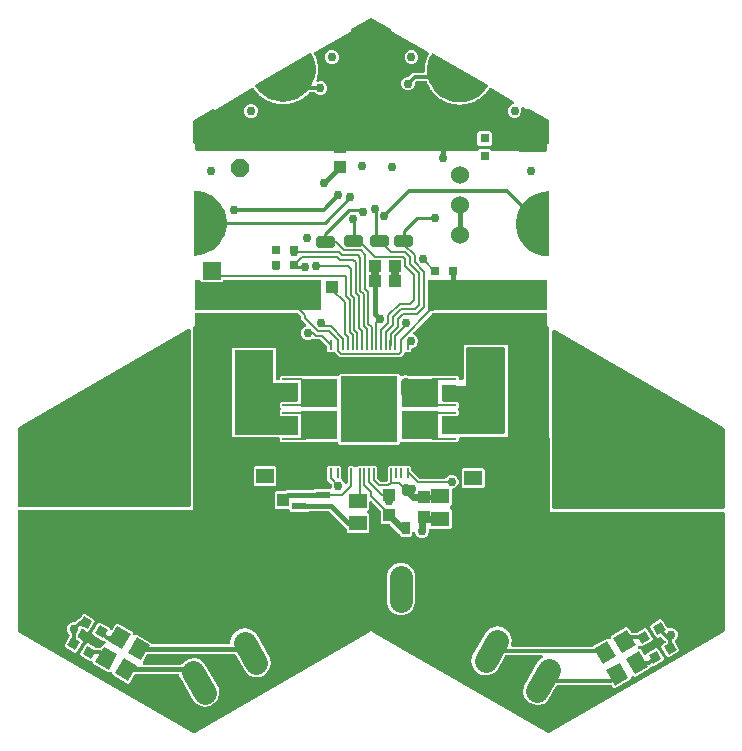
<source format=gbr>
G04 EAGLE Gerber RS-274X export*
G75*
%MOMM*%
%FSLAX34Y34*%
%LPD*%
%INTop Copper*%
%IPPOS*%
%AMOC8*
5,1,8,0,0,1.08239X$1,22.5*%
G01*
%ADD10R,0.800000X0.800000*%
%ADD11R,0.800000X0.800000*%
%ADD12R,1.000000X1.100000*%
%ADD13R,1.500000X1.300000*%
%ADD14R,2.500000X5.800000*%
%ADD15R,1.100000X1.000000*%
%ADD16R,1.260000X0.610000*%
%ADD17R,0.641000X1.006000*%
%ADD18C,0.641000*%
%ADD19R,1.530000X1.530000*%
%ADD20C,1.530000*%
%ADD21C,1.524000*%
%ADD22P,1.649562X8X22.500000*%
%ADD23R,1.300000X1.500000*%
%ADD24R,3.200000X1.800000*%
%ADD25R,4.800000X5.600000*%
%ADD26R,3.100000X2.400000*%
%ADD27R,1.300000X1.260000*%
%ADD28R,0.190000X0.860000*%
%ADD29R,0.860000X0.190000*%
%ADD30R,0.500000X0.500000*%
%ADD31C,1.981200*%
%ADD32C,0.499997*%
%ADD33C,1.000000*%
%ADD34C,0.756400*%
%ADD35C,0.254000*%
%ADD36C,0.304800*%
%ADD37C,0.406400*%
%ADD38C,0.190500*%
%ADD39C,0.609600*%
%ADD40C,1.016000*%
%ADD41C,0.203200*%
%ADD42C,1.270000*%
%ADD43C,0.812800*%

G36*
X-297957Y103663D02*
X-297957Y103663D01*
X-298075Y103648D01*
X-298194Y103641D01*
X-298233Y103628D01*
X-298273Y103623D01*
X-298384Y103579D01*
X-298497Y103543D01*
X-298531Y103521D01*
X-298568Y103506D01*
X-298665Y103436D01*
X-298765Y103373D01*
X-298793Y103343D01*
X-298826Y103319D01*
X-298902Y103228D01*
X-298983Y103141D01*
X-299003Y103105D01*
X-299029Y103074D01*
X-299079Y102967D01*
X-299137Y102862D01*
X-299147Y102823D01*
X-299164Y102787D01*
X-299187Y102670D01*
X-299216Y102554D01*
X-299220Y102494D01*
X-299224Y102474D01*
X-299223Y102454D01*
X-299227Y102394D01*
X-299227Y1087D01*
X-299213Y983D01*
X-299209Y877D01*
X-299193Y825D01*
X-299187Y772D01*
X-299148Y674D01*
X-299117Y572D01*
X-299089Y526D01*
X-299070Y476D01*
X-299008Y391D01*
X-298953Y300D01*
X-298914Y262D01*
X-298883Y219D01*
X-298801Y151D01*
X-298726Y77D01*
X-298655Y30D01*
X-298638Y16D01*
X-298624Y9D01*
X-298592Y-12D01*
X-150616Y-85443D01*
X-150518Y-85484D01*
X-150425Y-85533D01*
X-150372Y-85546D01*
X-150323Y-85567D01*
X-150218Y-85582D01*
X-150115Y-85606D01*
X-150061Y-85605D01*
X-150008Y-85613D01*
X-149903Y-85602D01*
X-149797Y-85600D01*
X-149745Y-85586D01*
X-149692Y-85580D01*
X-149593Y-85543D01*
X-149491Y-85515D01*
X-149414Y-85477D01*
X-149394Y-85469D01*
X-149381Y-85460D01*
X-149347Y-85443D01*
X-828Y301D01*
X-755Y357D01*
X-676Y405D01*
X-628Y453D01*
X-575Y493D01*
X-527Y554D01*
X-434Y579D01*
X-355Y611D01*
X-272Y634D01*
X-150Y695D01*
X-140Y699D01*
X-136Y702D01*
X-128Y706D01*
X-47Y752D01*
X5Y745D01*
X82Y754D01*
X165Y706D01*
X244Y672D01*
X319Y630D01*
X449Y587D01*
X458Y582D01*
X463Y582D01*
X471Y579D01*
X561Y555D01*
X593Y512D01*
X666Y455D01*
X732Y390D01*
X829Y325D01*
X843Y315D01*
X850Y311D01*
X866Y301D01*
X149384Y-85443D01*
X149482Y-85484D01*
X149575Y-85533D01*
X149628Y-85546D01*
X149677Y-85567D01*
X149782Y-85582D01*
X149885Y-85606D01*
X149939Y-85605D01*
X149992Y-85613D01*
X150097Y-85602D01*
X150203Y-85600D01*
X150255Y-85586D01*
X150308Y-85580D01*
X150407Y-85543D01*
X150509Y-85515D01*
X150586Y-85477D01*
X150606Y-85469D01*
X150619Y-85460D01*
X150653Y-85443D01*
X298629Y-12D01*
X298714Y52D01*
X298803Y109D01*
X298840Y148D01*
X298883Y180D01*
X298948Y263D01*
X299021Y340D01*
X299047Y387D01*
X299080Y430D01*
X299123Y526D01*
X299174Y619D01*
X299188Y671D01*
X299210Y720D01*
X299227Y824D01*
X299254Y927D01*
X299259Y1012D01*
X299263Y1034D01*
X299262Y1049D01*
X299264Y1087D01*
X299264Y100013D01*
X299249Y100131D01*
X299242Y100249D01*
X299229Y100288D01*
X299224Y100328D01*
X299180Y100439D01*
X299144Y100552D01*
X299122Y100586D01*
X299107Y100624D01*
X299037Y100720D01*
X298974Y100821D01*
X298944Y100848D01*
X298920Y100881D01*
X298829Y100957D01*
X298742Y101039D01*
X298706Y101058D01*
X298675Y101084D01*
X298568Y101135D01*
X298463Y101192D01*
X298424Y101202D01*
X298388Y101219D01*
X298271Y101242D01*
X298155Y101272D01*
X298095Y101275D01*
X298075Y101279D01*
X298055Y101278D01*
X297995Y101282D01*
X151288Y101282D01*
X151288Y163513D01*
X151273Y163631D01*
X151266Y163749D01*
X151253Y163788D01*
X151248Y163828D01*
X151204Y163939D01*
X151168Y164052D01*
X151146Y164086D01*
X151131Y164124D01*
X151061Y164220D01*
X150998Y164321D01*
X150968Y164348D01*
X150944Y164381D01*
X150853Y164457D01*
X150766Y164539D01*
X150730Y164558D01*
X150699Y164584D01*
X150592Y164635D01*
X150494Y164688D01*
X150494Y257695D01*
X150479Y257813D01*
X150472Y257932D01*
X150460Y257970D01*
X150454Y258010D01*
X150411Y258121D01*
X150374Y258234D01*
X150352Y258268D01*
X150337Y258306D01*
X150268Y258402D01*
X150204Y258503D01*
X150174Y258531D01*
X150151Y258563D01*
X150059Y258639D01*
X149972Y258721D01*
X149937Y258740D01*
X149906Y258766D01*
X149903Y258768D01*
X149674Y258997D01*
X149606Y259049D01*
X149545Y259109D01*
X149431Y259185D01*
X149422Y259192D01*
X149418Y259193D01*
X149411Y259198D01*
X149330Y259245D01*
X149310Y259294D01*
X149264Y259356D01*
X149264Y259452D01*
X149253Y259537D01*
X149252Y259623D01*
X149226Y259757D01*
X149224Y259768D01*
X149223Y259772D01*
X149221Y259781D01*
X149197Y259871D01*
X149217Y259920D01*
X149231Y260011D01*
X149254Y260100D01*
X149261Y260217D01*
X149264Y260234D01*
X149263Y260243D01*
X149264Y260261D01*
X149264Y269081D01*
X149249Y269199D01*
X149242Y269318D01*
X149229Y269357D01*
X149224Y269397D01*
X149180Y269508D01*
X149144Y269621D01*
X149122Y269655D01*
X149107Y269692D01*
X149037Y269789D01*
X148974Y269889D01*
X148944Y269917D01*
X148920Y269950D01*
X148829Y270026D01*
X148742Y270107D01*
X148706Y270127D01*
X148675Y270153D01*
X148568Y270203D01*
X148463Y270261D01*
X148424Y270271D01*
X148388Y270288D01*
X148271Y270311D01*
X148155Y270340D01*
X148095Y270344D01*
X148075Y270348D01*
X148055Y270347D01*
X147995Y270351D01*
X54306Y270351D01*
X54208Y270338D01*
X54109Y270335D01*
X54050Y270318D01*
X53990Y270311D01*
X53898Y270274D01*
X53803Y270247D01*
X53751Y270216D01*
X53695Y270194D01*
X53615Y270136D01*
X53529Y270085D01*
X53454Y270019D01*
X53437Y270007D01*
X53430Y269997D01*
X53408Y269979D01*
X53277Y269848D01*
X52366Y269848D01*
X52268Y269835D01*
X52169Y269832D01*
X52111Y269816D01*
X52051Y269808D01*
X51959Y269771D01*
X51864Y269744D01*
X51811Y269713D01*
X51755Y269691D01*
X51675Y269633D01*
X51590Y269582D01*
X51514Y269516D01*
X51498Y269504D01*
X51490Y269495D01*
X51469Y269476D01*
X35905Y253912D01*
X35875Y253873D01*
X35838Y253840D01*
X35778Y253748D01*
X35710Y253661D01*
X35690Y253615D01*
X35663Y253574D01*
X35628Y253470D01*
X35584Y253369D01*
X35576Y253320D01*
X35560Y253273D01*
X35551Y253164D01*
X35534Y253055D01*
X35539Y253006D01*
X35535Y252956D01*
X35554Y252848D01*
X35564Y252739D01*
X35581Y252692D01*
X35589Y252643D01*
X35634Y252543D01*
X35671Y252439D01*
X35699Y252398D01*
X35720Y252353D01*
X35788Y252267D01*
X35850Y252176D01*
X35887Y252143D01*
X35918Y252104D01*
X36006Y252038D01*
X36089Y251966D01*
X36133Y251943D01*
X36172Y251913D01*
X36317Y251842D01*
X37354Y251413D01*
X38990Y249777D01*
X39875Y247640D01*
X39875Y245327D01*
X38990Y243189D01*
X37354Y241554D01*
X35169Y240649D01*
X35128Y240646D01*
X35089Y240634D01*
X35049Y240629D01*
X34938Y240585D01*
X34825Y240548D01*
X34791Y240527D01*
X34753Y240512D01*
X34657Y240442D01*
X34556Y240378D01*
X34529Y240349D01*
X34496Y240325D01*
X34420Y240233D01*
X34338Y240146D01*
X34319Y240111D01*
X34293Y240080D01*
X34242Y239972D01*
X34185Y239868D01*
X34175Y239829D01*
X34158Y239792D01*
X34135Y239675D01*
X34105Y239560D01*
X34102Y239500D01*
X34098Y239480D01*
X34099Y239459D01*
X34095Y239399D01*
X34095Y238121D01*
X32904Y236930D01*
X29167Y236930D01*
X29049Y236915D01*
X28930Y236907D01*
X28892Y236895D01*
X28851Y236890D01*
X28741Y236846D01*
X28628Y236809D01*
X28593Y236788D01*
X28556Y236773D01*
X28460Y236703D01*
X28359Y236639D01*
X28331Y236610D01*
X28298Y236586D01*
X28222Y236494D01*
X28141Y236408D01*
X28121Y236372D01*
X28096Y236341D01*
X28045Y236233D01*
X27987Y236129D01*
X27977Y236090D01*
X27960Y236053D01*
X27938Y235937D01*
X27908Y235821D01*
X27904Y235761D01*
X27900Y235741D01*
X27902Y235721D01*
X27898Y235661D01*
X27898Y235607D01*
X25049Y232759D01*
X-26776Y232759D01*
X-30824Y236806D01*
X-30918Y236880D01*
X-31007Y236958D01*
X-31043Y236977D01*
X-31075Y237001D01*
X-31185Y237049D01*
X-31291Y237103D01*
X-31330Y237112D01*
X-31367Y237128D01*
X-31485Y237146D01*
X-31601Y237172D01*
X-31641Y237171D01*
X-31681Y237178D01*
X-31800Y237166D01*
X-31919Y237163D01*
X-31957Y237152D01*
X-31998Y237148D01*
X-32110Y237107D01*
X-32224Y237074D01*
X-32259Y237054D01*
X-32297Y237040D01*
X-32396Y236973D01*
X-32469Y236930D01*
X-36079Y236930D01*
X-37270Y238121D01*
X-37270Y241498D01*
X-37283Y241596D01*
X-37286Y241695D01*
X-37302Y241753D01*
X-37310Y241813D01*
X-37347Y241905D01*
X-37374Y242000D01*
X-37405Y242053D01*
X-37427Y242109D01*
X-37485Y242189D01*
X-37536Y242274D01*
X-37602Y242350D01*
X-37614Y242366D01*
X-37623Y242374D01*
X-37642Y242395D01*
X-42747Y247500D01*
X-42825Y247560D01*
X-42897Y247628D01*
X-42950Y247658D01*
X-42998Y247695D01*
X-43089Y247734D01*
X-43175Y247782D01*
X-43234Y247797D01*
X-43290Y247821D01*
X-43388Y247837D01*
X-43483Y247861D01*
X-43583Y247868D01*
X-43604Y247871D01*
X-43616Y247870D01*
X-43644Y247872D01*
X-47918Y247872D01*
X-48259Y248212D01*
X-48283Y248230D01*
X-48302Y248253D01*
X-48408Y248328D01*
X-48511Y248407D01*
X-48538Y248419D01*
X-48562Y248436D01*
X-48683Y248482D01*
X-48802Y248534D01*
X-48832Y248538D01*
X-48859Y248549D01*
X-48988Y248563D01*
X-49117Y248584D01*
X-49146Y248581D01*
X-49175Y248584D01*
X-49304Y248566D01*
X-49433Y248554D01*
X-49461Y248544D01*
X-49490Y248540D01*
X-49643Y248488D01*
X-51985Y247517D01*
X-54322Y247517D01*
X-56447Y248397D01*
X-58083Y250033D01*
X-58968Y252170D01*
X-58968Y254484D01*
X-58083Y256621D01*
X-56447Y258256D01*
X-55578Y258617D01*
X-55535Y258641D01*
X-55488Y258658D01*
X-55397Y258720D01*
X-55302Y258774D01*
X-55266Y258809D01*
X-55225Y258837D01*
X-55152Y258919D01*
X-55073Y258996D01*
X-55047Y259038D01*
X-55014Y259075D01*
X-54964Y259173D01*
X-54907Y259267D01*
X-54892Y259314D01*
X-54870Y259358D01*
X-54846Y259466D01*
X-54813Y259571D01*
X-54811Y259620D01*
X-54800Y259669D01*
X-54803Y259778D01*
X-54798Y259888D01*
X-54808Y259937D01*
X-54810Y259987D01*
X-54840Y260092D01*
X-54862Y260200D01*
X-54884Y260244D01*
X-54898Y260292D01*
X-54954Y260387D01*
X-55002Y260485D01*
X-55034Y260523D01*
X-55060Y260566D01*
X-55166Y260687D01*
X-59176Y264697D01*
X-59176Y266349D01*
X-59188Y266447D01*
X-59191Y266546D01*
X-59208Y266604D01*
X-59216Y266665D01*
X-59252Y266757D01*
X-59280Y266852D01*
X-59310Y266904D01*
X-59333Y266960D01*
X-59391Y267040D01*
X-59441Y267126D01*
X-59507Y267201D01*
X-59519Y267218D01*
X-59529Y267225D01*
X-59547Y267246D01*
X-61978Y269677D01*
X-62056Y269737D01*
X-62128Y269805D01*
X-62181Y269835D01*
X-62229Y269872D01*
X-62320Y269911D01*
X-62407Y269959D01*
X-62465Y269974D01*
X-62521Y269998D01*
X-62619Y270014D01*
X-62715Y270038D01*
X-62815Y270045D01*
X-62835Y270048D01*
X-62847Y270047D01*
X-62875Y270049D01*
X-76623Y270049D01*
X-76685Y270107D01*
X-76738Y270137D01*
X-76786Y270174D01*
X-76877Y270213D01*
X-76964Y270261D01*
X-77022Y270276D01*
X-77078Y270300D01*
X-77176Y270316D01*
X-77272Y270340D01*
X-77372Y270347D01*
X-77392Y270350D01*
X-77404Y270349D01*
X-77432Y270351D01*
X-147949Y270351D01*
X-148067Y270336D01*
X-148186Y270328D01*
X-148225Y270316D01*
X-148265Y270311D01*
X-148376Y270267D01*
X-148489Y270230D01*
X-148523Y270209D01*
X-148560Y270194D01*
X-148657Y270124D01*
X-148757Y270060D01*
X-148785Y270031D01*
X-148818Y270007D01*
X-148894Y269915D01*
X-148975Y269828D01*
X-148995Y269793D01*
X-149021Y269762D01*
X-149071Y269654D01*
X-149129Y269550D01*
X-149139Y269511D01*
X-149156Y269474D01*
X-149179Y269357D01*
X-149208Y269242D01*
X-149212Y269182D01*
X-149216Y269162D01*
X-149215Y269141D01*
X-149219Y269081D01*
X-149219Y260247D01*
X-149207Y260156D01*
X-149205Y260063D01*
X-149187Y259998D01*
X-149179Y259932D01*
X-149157Y259878D01*
X-149175Y259811D01*
X-149187Y259726D01*
X-149208Y259643D01*
X-149217Y259506D01*
X-149218Y259496D01*
X-149218Y259491D01*
X-149219Y259482D01*
X-149219Y259361D01*
X-149222Y259355D01*
X-149263Y259302D01*
X-149286Y259249D01*
X-149346Y259214D01*
X-149415Y259162D01*
X-149488Y259118D01*
X-149591Y259028D01*
X-149600Y259022D01*
X-149602Y259018D01*
X-149609Y259012D01*
X-149813Y258808D01*
X-149836Y258799D01*
X-149932Y258729D01*
X-150033Y258666D01*
X-150061Y258636D01*
X-150094Y258612D01*
X-150170Y258521D01*
X-150251Y258434D01*
X-150271Y258398D01*
X-150296Y258367D01*
X-150347Y258260D01*
X-150405Y258155D01*
X-150415Y258116D01*
X-150432Y258080D01*
X-150454Y257963D01*
X-150484Y257847D01*
X-150488Y257787D01*
X-150492Y257767D01*
X-150490Y257747D01*
X-150494Y257687D01*
X-150494Y103663D01*
X-297957Y103663D01*
G37*
G36*
X148111Y406774D02*
X148111Y406774D01*
X148232Y406782D01*
X148268Y406794D01*
X148307Y406798D01*
X148420Y406843D01*
X148534Y406880D01*
X148567Y406900D01*
X148603Y406915D01*
X148701Y406985D01*
X148803Y407050D01*
X148829Y407078D01*
X148861Y407101D01*
X148938Y407193D01*
X149021Y407281D01*
X149040Y407315D01*
X149064Y407345D01*
X149116Y407454D01*
X149174Y407560D01*
X149184Y407597D01*
X149201Y407632D01*
X149224Y407751D01*
X149254Y407868D01*
X149257Y407925D01*
X149261Y407945D01*
X149260Y407965D01*
X149264Y408029D01*
X149264Y413418D01*
X150029Y413356D01*
X150057Y413360D01*
X150086Y413355D01*
X150155Y413371D01*
X150226Y413380D01*
X150251Y413394D01*
X150279Y413401D01*
X150336Y413443D01*
X150398Y413479D01*
X150416Y413502D01*
X150439Y413519D01*
X150475Y413581D01*
X150519Y413637D01*
X150526Y413665D01*
X150540Y413690D01*
X150557Y413789D01*
X150567Y413830D01*
X150566Y413841D01*
X150568Y413854D01*
X150545Y432894D01*
X150530Y432969D01*
X150521Y433046D01*
X150510Y433066D01*
X150505Y433089D01*
X150462Y433152D01*
X150424Y433219D01*
X150404Y433236D01*
X150393Y433252D01*
X150355Y433276D01*
X150296Y433325D01*
X133819Y442865D01*
X133791Y442874D01*
X133768Y442891D01*
X133698Y442905D01*
X133630Y442928D01*
X133601Y442926D01*
X133573Y442932D01*
X133503Y442918D01*
X133432Y442913D01*
X133406Y442900D01*
X133378Y442894D01*
X133319Y442854D01*
X133255Y442821D01*
X133237Y442799D01*
X133213Y442783D01*
X133156Y442701D01*
X133129Y442668D01*
X133125Y442658D01*
X133118Y442647D01*
X132804Y441986D01*
X129023Y444169D01*
X128965Y444193D01*
X128911Y444226D01*
X128819Y444254D01*
X128730Y444292D01*
X128668Y444301D01*
X128608Y444320D01*
X128511Y444324D01*
X128416Y444338D01*
X128353Y444332D01*
X128290Y444335D01*
X128195Y444315D01*
X128099Y444305D01*
X128040Y444283D01*
X127978Y444270D01*
X127892Y444228D01*
X127801Y444194D01*
X127749Y444158D01*
X127693Y444131D01*
X127619Y444068D01*
X127540Y444013D01*
X127499Y443965D01*
X127451Y443924D01*
X127395Y443845D01*
X127332Y443772D01*
X127304Y443716D01*
X127268Y443664D01*
X127233Y443574D01*
X127191Y443488D01*
X127177Y443426D01*
X127155Y443367D01*
X127144Y443271D01*
X127124Y443177D01*
X127127Y443113D01*
X127120Y443051D01*
X127133Y442955D01*
X127137Y442859D01*
X127155Y442798D01*
X127164Y442736D01*
X127216Y442584D01*
X127258Y442482D01*
X127258Y440168D01*
X126373Y438031D01*
X124738Y436395D01*
X122600Y435510D01*
X120287Y435510D01*
X118150Y436395D01*
X116514Y438031D01*
X115629Y440168D01*
X115629Y442482D01*
X116514Y444619D01*
X118150Y446255D01*
X120000Y447021D01*
X120048Y447049D01*
X120101Y447068D01*
X120186Y447127D01*
X120276Y447178D01*
X120316Y447217D01*
X120363Y447250D01*
X120430Y447328D01*
X120504Y447399D01*
X120534Y447447D01*
X120571Y447490D01*
X120617Y447583D01*
X120670Y447671D01*
X120687Y447724D01*
X120712Y447775D01*
X120734Y447876D01*
X120764Y447974D01*
X120767Y448031D01*
X120779Y448086D01*
X120774Y448189D01*
X120779Y448292D01*
X120768Y448347D01*
X120765Y448404D01*
X120736Y448503D01*
X120715Y448604D01*
X120690Y448654D01*
X120674Y448708D01*
X120621Y448796D01*
X120575Y448889D01*
X120538Y448932D01*
X120509Y448980D01*
X120436Y449053D01*
X120369Y449131D01*
X120323Y449164D01*
X120282Y449203D01*
X120148Y449292D01*
X101305Y460171D01*
X101239Y460199D01*
X101177Y460236D01*
X101093Y460260D01*
X101012Y460294D01*
X100941Y460305D01*
X100872Y460325D01*
X100784Y460328D01*
X100698Y460341D01*
X100626Y460333D01*
X100554Y460336D01*
X100469Y460317D01*
X100381Y460308D01*
X100314Y460283D01*
X100244Y460267D01*
X100165Y460227D01*
X100083Y460197D01*
X100024Y460156D01*
X99960Y460123D01*
X99894Y460066D01*
X99822Y460016D01*
X99775Y459961D01*
X99721Y459914D01*
X99622Y459787D01*
X98943Y458790D01*
X98941Y458786D01*
X98938Y458783D01*
X98869Y458645D01*
X98798Y458507D01*
X98797Y458503D01*
X98795Y458499D01*
X98762Y458347D01*
X98742Y458257D01*
X98196Y457669D01*
X98188Y457657D01*
X98177Y457647D01*
X98078Y457520D01*
X97624Y456855D01*
X97544Y456829D01*
X97540Y456826D01*
X97536Y456825D01*
X97405Y456741D01*
X97275Y456659D01*
X97272Y456656D01*
X97269Y456653D01*
X97152Y456542D01*
X96108Y455417D01*
X96105Y455413D01*
X96102Y455410D01*
X96013Y455285D01*
X95922Y455158D01*
X95921Y455154D01*
X95919Y455151D01*
X95864Y455008D01*
X95830Y454920D01*
X95202Y454419D01*
X95192Y454409D01*
X95180Y454401D01*
X95063Y454290D01*
X94516Y453700D01*
X94432Y453686D01*
X94428Y453684D01*
X94424Y453683D01*
X94283Y453620D01*
X94141Y453558D01*
X94138Y453555D01*
X94134Y453553D01*
X94002Y453461D01*
X92802Y452503D01*
X92799Y452500D01*
X92795Y452498D01*
X92688Y452387D01*
X92580Y452276D01*
X92578Y452272D01*
X92575Y452269D01*
X92499Y452135D01*
X92453Y452054D01*
X91758Y451652D01*
X91746Y451644D01*
X91733Y451638D01*
X91601Y451545D01*
X90972Y451043D01*
X90886Y451042D01*
X90883Y451041D01*
X90878Y451041D01*
X90730Y450999D01*
X90580Y450959D01*
X90576Y450957D01*
X90572Y450955D01*
X90428Y450884D01*
X89098Y450116D01*
X89095Y450113D01*
X89091Y450112D01*
X88968Y450016D01*
X88845Y449923D01*
X88842Y449920D01*
X88839Y449918D01*
X88744Y449795D01*
X88686Y449723D01*
X87939Y449430D01*
X87926Y449423D01*
X87913Y449419D01*
X87768Y449347D01*
X87071Y448944D01*
X86987Y448956D01*
X86983Y448955D01*
X86978Y448956D01*
X86824Y448937D01*
X86671Y448919D01*
X86667Y448918D01*
X86663Y448917D01*
X86510Y448868D01*
X85080Y448307D01*
X85077Y448305D01*
X85073Y448304D01*
X84937Y448228D01*
X84801Y448154D01*
X84798Y448151D01*
X84795Y448149D01*
X84682Y448043D01*
X84615Y447980D01*
X83832Y447801D01*
X83818Y447796D01*
X83804Y447794D01*
X83651Y447745D01*
X82901Y447450D01*
X82819Y447474D01*
X82815Y447475D01*
X82811Y447476D01*
X82657Y447480D01*
X82502Y447485D01*
X82498Y447484D01*
X82494Y447485D01*
X82335Y447459D01*
X80838Y447117D01*
X80834Y447115D01*
X80830Y447115D01*
X80683Y447060D01*
X80539Y447007D01*
X80536Y447005D01*
X80532Y447004D01*
X80403Y446914D01*
X80328Y446863D01*
X79528Y446803D01*
X79514Y446800D01*
X79499Y446800D01*
X79340Y446774D01*
X78555Y446595D01*
X78478Y446631D01*
X78474Y446631D01*
X78470Y446633D01*
X78319Y446660D01*
X78166Y446689D01*
X78161Y446688D01*
X78157Y446689D01*
X77996Y446687D01*
X76465Y446572D01*
X76461Y446571D01*
X76457Y446571D01*
X76302Y446539D01*
X76153Y446509D01*
X76150Y446507D01*
X76146Y446506D01*
X76006Y446437D01*
X75924Y446397D01*
X75123Y446457D01*
X75109Y446456D01*
X75094Y446459D01*
X74933Y446457D01*
X74130Y446396D01*
X74059Y446443D01*
X74056Y446445D01*
X74052Y446447D01*
X73904Y446497D01*
X73759Y446547D01*
X73755Y446548D01*
X73751Y446549D01*
X73591Y446571D01*
X72060Y446685D01*
X72056Y446685D01*
X72052Y446686D01*
X71896Y446677D01*
X71742Y446669D01*
X71739Y446668D01*
X71734Y446668D01*
X71586Y446620D01*
X71499Y446593D01*
X70716Y446771D01*
X70702Y446773D01*
X70688Y446778D01*
X70528Y446800D01*
X69725Y446860D01*
X69662Y446917D01*
X69658Y446918D01*
X69655Y446921D01*
X69515Y446994D01*
X69380Y447064D01*
X69376Y447065D01*
X69373Y447067D01*
X69218Y447113D01*
X67721Y447454D01*
X67717Y447454D01*
X67713Y447456D01*
X67560Y447470D01*
X67405Y447485D01*
X67401Y447485D01*
X67397Y447485D01*
X67244Y447460D01*
X67152Y447446D01*
X66405Y447739D01*
X66391Y447743D01*
X66378Y447750D01*
X66224Y447795D01*
X65438Y447974D01*
X65384Y448040D01*
X65381Y448042D01*
X65378Y448046D01*
X65252Y448137D01*
X65128Y448228D01*
X65124Y448230D01*
X65121Y448232D01*
X64975Y448300D01*
X63545Y448861D01*
X63541Y448862D01*
X63538Y448864D01*
X63386Y448901D01*
X63237Y448939D01*
X63233Y448939D01*
X63229Y448940D01*
X63076Y448938D01*
X62982Y448938D01*
X62286Y449339D01*
X62273Y449345D01*
X62261Y449353D01*
X62115Y449421D01*
X61365Y449715D01*
X61322Y449788D01*
X61319Y449791D01*
X61317Y449795D01*
X61207Y449903D01*
X61096Y450013D01*
X61093Y450015D01*
X61090Y450018D01*
X60956Y450107D01*
X59626Y450874D01*
X59622Y450876D01*
X59619Y450878D01*
X59476Y450937D01*
X59333Y450997D01*
X59329Y450998D01*
X59325Y450999D01*
X59171Y451021D01*
X59080Y451034D01*
X58452Y451535D01*
X58440Y451542D01*
X58429Y451553D01*
X58295Y451642D01*
X57598Y452044D01*
X57566Y452123D01*
X57563Y452126D01*
X57562Y452130D01*
X57468Y452255D01*
X57376Y452378D01*
X57373Y452381D01*
X57370Y452384D01*
X57251Y452492D01*
X56050Y453449D01*
X56047Y453451D01*
X56044Y453454D01*
X56026Y453465D01*
X56011Y453478D01*
X55914Y453532D01*
X55911Y453534D01*
X55779Y453615D01*
X55775Y453616D01*
X55771Y453618D01*
X55743Y453626D01*
X55733Y453632D01*
X55668Y453649D01*
X55624Y453662D01*
X55534Y453689D01*
X54988Y454277D01*
X54977Y454287D01*
X54968Y454298D01*
X54849Y454406D01*
X54219Y454908D01*
X54199Y454991D01*
X54197Y454995D01*
X54196Y454999D01*
X54122Y455136D01*
X54050Y455272D01*
X54047Y455275D01*
X54045Y455278D01*
X53943Y455403D01*
X52898Y456528D01*
X52895Y456531D01*
X52893Y456534D01*
X52773Y456633D01*
X52654Y456732D01*
X52650Y456734D01*
X52647Y456737D01*
X52508Y456802D01*
X52424Y456843D01*
X51971Y457506D01*
X51962Y457517D01*
X51955Y457529D01*
X51853Y457654D01*
X51305Y458244D01*
X51298Y458329D01*
X51296Y458333D01*
X51296Y458337D01*
X51242Y458485D01*
X51192Y458629D01*
X51189Y458632D01*
X51188Y458636D01*
X51106Y458775D01*
X50240Y460043D01*
X50238Y460046D01*
X50236Y460050D01*
X50132Y460166D01*
X50030Y460281D01*
X50026Y460283D01*
X50023Y460287D01*
X49895Y460372D01*
X49818Y460424D01*
X49470Y461147D01*
X49462Y461160D01*
X49457Y461173D01*
X49375Y461312D01*
X48921Y461977D01*
X48926Y462062D01*
X48925Y462066D01*
X48925Y462070D01*
X48895Y462224D01*
X48866Y462374D01*
X48864Y462378D01*
X48863Y462382D01*
X48803Y462531D01*
X48136Y463914D01*
X48134Y463918D01*
X48132Y463922D01*
X48047Y464051D01*
X47963Y464181D01*
X47960Y464184D01*
X47958Y464187D01*
X47844Y464291D01*
X47775Y464354D01*
X47538Y465121D01*
X47532Y465135D01*
X47530Y465149D01*
X47469Y465298D01*
X47254Y465744D01*
X47172Y465872D01*
X47090Y466001D01*
X47085Y466005D01*
X47081Y466011D01*
X46969Y466114D01*
X46858Y466219D01*
X46852Y466222D01*
X46848Y466226D01*
X46713Y466299D01*
X46579Y466372D01*
X46573Y466374D01*
X46568Y466377D01*
X46419Y466414D01*
X46272Y466452D01*
X46263Y466452D01*
X46259Y466453D01*
X46248Y466453D01*
X46111Y466462D01*
X38922Y466462D01*
X38824Y466450D01*
X38725Y466447D01*
X38667Y466430D01*
X38607Y466422D01*
X38515Y466386D01*
X38420Y466358D01*
X38368Y466327D01*
X38311Y466305D01*
X38231Y466247D01*
X38146Y466197D01*
X38070Y466130D01*
X38054Y466118D01*
X38046Y466109D01*
X38025Y466090D01*
X37421Y465486D01*
X37360Y465408D01*
X37293Y465336D01*
X37263Y465283D01*
X37226Y465235D01*
X37187Y465144D01*
X37139Y465058D01*
X37124Y464999D01*
X37100Y464943D01*
X37084Y464845D01*
X37060Y464750D01*
X37053Y464650D01*
X37050Y464629D01*
X37051Y464617D01*
X37049Y464589D01*
X37049Y463173D01*
X36164Y461036D01*
X34528Y459400D01*
X32391Y458515D01*
X30078Y458515D01*
X27941Y459400D01*
X26305Y461036D01*
X25420Y463173D01*
X25420Y465487D01*
X26305Y467624D01*
X27941Y469259D01*
X30078Y470145D01*
X31494Y470145D01*
X31592Y470157D01*
X31691Y470160D01*
X31749Y470177D01*
X31809Y470185D01*
X31901Y470221D01*
X31996Y470248D01*
X32049Y470279D01*
X32105Y470302D01*
X32185Y470360D01*
X32270Y470410D01*
X32346Y470476D01*
X32362Y470488D01*
X32370Y470498D01*
X32391Y470516D01*
X35450Y473575D01*
X44106Y473575D01*
X44161Y473582D01*
X44216Y473580D01*
X44318Y473602D01*
X44421Y473615D01*
X44473Y473636D01*
X44526Y473647D01*
X44620Y473694D01*
X44717Y473732D01*
X44762Y473765D01*
X44811Y473789D01*
X44890Y473858D01*
X44974Y473919D01*
X45010Y473962D01*
X45051Y473998D01*
X45111Y474084D01*
X45177Y474164D01*
X45201Y474214D01*
X45232Y474259D01*
X45268Y474357D01*
X45313Y474452D01*
X45323Y474506D01*
X45342Y474558D01*
X45343Y474566D01*
X45378Y474630D01*
X45454Y474765D01*
X45455Y474769D01*
X45457Y474773D01*
X45496Y474923D01*
X45536Y475073D01*
X45536Y475077D01*
X45537Y475081D01*
X45547Y475242D01*
X45546Y476777D01*
X45546Y476781D01*
X45546Y476785D01*
X45526Y476937D01*
X45506Y477093D01*
X45505Y477096D01*
X45504Y477101D01*
X45448Y477241D01*
X45412Y477330D01*
X45532Y478124D01*
X45532Y478138D01*
X45536Y478152D01*
X45546Y478313D01*
X45546Y479119D01*
X45598Y479186D01*
X45599Y479189D01*
X45602Y479193D01*
X45662Y479335D01*
X45724Y479478D01*
X45725Y479482D01*
X45726Y479485D01*
X45760Y479643D01*
X45989Y481161D01*
X45989Y481165D01*
X45990Y481169D01*
X45992Y481325D01*
X45996Y481479D01*
X45995Y481483D01*
X45995Y481487D01*
X45959Y481640D01*
X45938Y481728D01*
X46175Y482495D01*
X46177Y482510D01*
X46183Y482523D01*
X46217Y482680D01*
X46337Y483477D01*
X46398Y483535D01*
X46400Y483539D01*
X46403Y483542D01*
X46485Y483674D01*
X46567Y483805D01*
X46568Y483809D01*
X46570Y483813D01*
X46627Y483963D01*
X47079Y485431D01*
X47080Y485435D01*
X47082Y485438D01*
X47107Y485590D01*
X47134Y485744D01*
X47134Y485748D01*
X47134Y485752D01*
X47121Y485906D01*
X47114Y485998D01*
X47462Y486722D01*
X47467Y486736D01*
X47474Y486748D01*
X47531Y486898D01*
X47769Y487668D01*
X47838Y487717D01*
X47841Y487720D01*
X47844Y487723D01*
X47945Y487842D01*
X48045Y487959D01*
X48047Y487962D01*
X48049Y487966D01*
X48128Y488106D01*
X48659Y489210D01*
X48682Y489278D01*
X48714Y489342D01*
X48732Y489428D01*
X48760Y489511D01*
X48765Y489583D01*
X48780Y489653D01*
X48777Y489741D01*
X48783Y489829D01*
X48770Y489899D01*
X48767Y489971D01*
X48742Y490055D01*
X48726Y490142D01*
X48696Y490207D01*
X48676Y490275D01*
X48630Y490351D01*
X48593Y490430D01*
X48548Y490486D01*
X48511Y490547D01*
X48448Y490609D01*
X48393Y490677D01*
X48335Y490720D01*
X48284Y490770D01*
X48150Y490859D01*
X16510Y509127D01*
X16930Y509735D01*
X16941Y509762D01*
X16959Y509784D01*
X16980Y509852D01*
X17008Y509918D01*
X17008Y509947D01*
X17016Y509975D01*
X17008Y510046D01*
X17008Y510117D01*
X16997Y510143D01*
X16994Y510172D01*
X16959Y510235D01*
X16931Y510300D01*
X16910Y510320D01*
X16896Y510346D01*
X16819Y510409D01*
X16789Y510439D01*
X16778Y510443D01*
X16768Y510451D01*
X268Y519951D01*
X195Y519976D01*
X124Y520007D01*
X101Y520007D01*
X79Y520014D01*
X3Y520008D01*
X-74Y520009D01*
X-99Y520000D01*
X-119Y519999D01*
X-159Y519978D01*
X-230Y519951D01*
X-16730Y510451D01*
X-16752Y510432D01*
X-16778Y510420D01*
X-16826Y510367D01*
X-16879Y510320D01*
X-16892Y510294D01*
X-16911Y510272D01*
X-16935Y510205D01*
X-16965Y510141D01*
X-16967Y510112D01*
X-16976Y510084D01*
X-16971Y510013D01*
X-16975Y509942D01*
X-16965Y509915D01*
X-16963Y509886D01*
X-16920Y509795D01*
X-16905Y509755D01*
X-16898Y509747D01*
X-16892Y509735D01*
X-16468Y509120D01*
X-47384Y491271D01*
X-47386Y491269D01*
X-47390Y491267D01*
X-47573Y491160D01*
X-47627Y491119D01*
X-47686Y491086D01*
X-47753Y491022D01*
X-47825Y490966D01*
X-47867Y490913D01*
X-47917Y490866D01*
X-47965Y490788D01*
X-48022Y490716D01*
X-48049Y490654D01*
X-48085Y490596D01*
X-48112Y490509D01*
X-48149Y490425D01*
X-48160Y490358D01*
X-48181Y490293D01*
X-48186Y490201D01*
X-48201Y490111D01*
X-48195Y490043D01*
X-48198Y489975D01*
X-48180Y489885D01*
X-48172Y489794D01*
X-48150Y489730D01*
X-48136Y489664D01*
X-48076Y489514D01*
X-47591Y488506D01*
X-47589Y488503D01*
X-47587Y488499D01*
X-47501Y488367D01*
X-47418Y488239D01*
X-47415Y488236D01*
X-47413Y488233D01*
X-47299Y488129D01*
X-47230Y488066D01*
X-46994Y487298D01*
X-46988Y487285D01*
X-46985Y487271D01*
X-46925Y487122D01*
X-46575Y486396D01*
X-46593Y486313D01*
X-46593Y486309D01*
X-46594Y486305D01*
X-46587Y486150D01*
X-46581Y485995D01*
X-46579Y485991D01*
X-46579Y485987D01*
X-46542Y485831D01*
X-46090Y484363D01*
X-46088Y484359D01*
X-46087Y484355D01*
X-46022Y484214D01*
X-45959Y484073D01*
X-45956Y484070D01*
X-45954Y484066D01*
X-45857Y483947D01*
X-45799Y483874D01*
X-45679Y483080D01*
X-45676Y483066D01*
X-45675Y483052D01*
X-45637Y482895D01*
X-45400Y482125D01*
X-45430Y482046D01*
X-45431Y482042D01*
X-45432Y482038D01*
X-45448Y481884D01*
X-45465Y481730D01*
X-45464Y481726D01*
X-45465Y481722D01*
X-45451Y481561D01*
X-45223Y480043D01*
X-45222Y480039D01*
X-45221Y480035D01*
X-45177Y479882D01*
X-45136Y479737D01*
X-45134Y479733D01*
X-45133Y479729D01*
X-45054Y479594D01*
X-45008Y479516D01*
X-45008Y478713D01*
X-45007Y478699D01*
X-45008Y478684D01*
X-44994Y478524D01*
X-44874Y477727D01*
X-44916Y477653D01*
X-44917Y477649D01*
X-44919Y477646D01*
X-44959Y477492D01*
X-44997Y477346D01*
X-44998Y477342D01*
X-44999Y477338D01*
X-45009Y477177D01*
X-45009Y475642D01*
X-45009Y475637D01*
X-45009Y475633D01*
X-44989Y475479D01*
X-44970Y475326D01*
X-44968Y475322D01*
X-44968Y475318D01*
X-44910Y475176D01*
X-44876Y475088D01*
X-44996Y474295D01*
X-44996Y474280D01*
X-45000Y474266D01*
X-45010Y474106D01*
X-45010Y473300D01*
X-45062Y473233D01*
X-45064Y473229D01*
X-45066Y473226D01*
X-45127Y473084D01*
X-45189Y472941D01*
X-45189Y472937D01*
X-45191Y472933D01*
X-45225Y472776D01*
X-45454Y471258D01*
X-45454Y471254D01*
X-45456Y471250D01*
X-45458Y471095D01*
X-45462Y470940D01*
X-45461Y470936D01*
X-45461Y470932D01*
X-45425Y470781D01*
X-45405Y470691D01*
X-45642Y469924D01*
X-45644Y469909D01*
X-45650Y469896D01*
X-45684Y469739D01*
X-45804Y468942D01*
X-45866Y468884D01*
X-45868Y468880D01*
X-45871Y468878D01*
X-45952Y468745D01*
X-46034Y468614D01*
X-46035Y468610D01*
X-46037Y468607D01*
X-46095Y468456D01*
X-46400Y467469D01*
X-46413Y467390D01*
X-46437Y467313D01*
X-46441Y467234D01*
X-46455Y467156D01*
X-46448Y467076D01*
X-46452Y466996D01*
X-46436Y466918D01*
X-46430Y466839D01*
X-46404Y466763D01*
X-46388Y466684D01*
X-46353Y466613D01*
X-46327Y466538D01*
X-46283Y466471D01*
X-46248Y466399D01*
X-46197Y466338D01*
X-46153Y466272D01*
X-46094Y466218D01*
X-46042Y466157D01*
X-45977Y466111D01*
X-45918Y466057D01*
X-45847Y466020D01*
X-45782Y465973D01*
X-45707Y465945D01*
X-45637Y465908D01*
X-45559Y465889D01*
X-45484Y465861D01*
X-45405Y465852D01*
X-45328Y465833D01*
X-45248Y465834D01*
X-45168Y465825D01*
X-45090Y465837D01*
X-45010Y465838D01*
X-44933Y465859D01*
X-44853Y465870D01*
X-44706Y465920D01*
X-44703Y465921D01*
X-44701Y465922D01*
X-44056Y466189D01*
X-41742Y466189D01*
X-39605Y465304D01*
X-37969Y463668D01*
X-37084Y461531D01*
X-37084Y459218D01*
X-37969Y457081D01*
X-39605Y455445D01*
X-41742Y454560D01*
X-44056Y454560D01*
X-46193Y455445D01*
X-47194Y456446D01*
X-47272Y456507D01*
X-47344Y456575D01*
X-47397Y456604D01*
X-47445Y456641D01*
X-47536Y456680D01*
X-47623Y456728D01*
X-47681Y456743D01*
X-47737Y456767D01*
X-47835Y456783D01*
X-47931Y456808D01*
X-48031Y456814D01*
X-48051Y456817D01*
X-48063Y456816D01*
X-48091Y456818D01*
X-51910Y456818D01*
X-52031Y456803D01*
X-52153Y456794D01*
X-52188Y456783D01*
X-52225Y456778D01*
X-52339Y456733D01*
X-52455Y456695D01*
X-52486Y456675D01*
X-52521Y456661D01*
X-52620Y456589D01*
X-52723Y456523D01*
X-52762Y456486D01*
X-52778Y456474D01*
X-52792Y456458D01*
X-52840Y456412D01*
X-53405Y455803D01*
X-53408Y455800D01*
X-53411Y455797D01*
X-53502Y455668D01*
X-53591Y455545D01*
X-53592Y455541D01*
X-53595Y455537D01*
X-53651Y455390D01*
X-53684Y455307D01*
X-54311Y454806D01*
X-54322Y454796D01*
X-54334Y454788D01*
X-54451Y454677D01*
X-54999Y454087D01*
X-55082Y454073D01*
X-55086Y454072D01*
X-55090Y454071D01*
X-55232Y454008D01*
X-55374Y453945D01*
X-55377Y453943D01*
X-55381Y453941D01*
X-55513Y453849D01*
X-56713Y452892D01*
X-56716Y452889D01*
X-56720Y452887D01*
X-56826Y452776D01*
X-56935Y452664D01*
X-56937Y452661D01*
X-56940Y452658D01*
X-57015Y452526D01*
X-57062Y452443D01*
X-57758Y452042D01*
X-57769Y452033D01*
X-57783Y452027D01*
X-57915Y451935D01*
X-58545Y451433D01*
X-58629Y451432D01*
X-58633Y451431D01*
X-58638Y451431D01*
X-58788Y451389D01*
X-58936Y451349D01*
X-58940Y451347D01*
X-58944Y451345D01*
X-59088Y451274D01*
X-60418Y450507D01*
X-60422Y450504D01*
X-60425Y450503D01*
X-60547Y450409D01*
X-60672Y450315D01*
X-60674Y450311D01*
X-60678Y450309D01*
X-60774Y450186D01*
X-60830Y450114D01*
X-61578Y449821D01*
X-61591Y449814D01*
X-61605Y449811D01*
X-61710Y449758D01*
X-61713Y449757D01*
X-61715Y449756D01*
X-61749Y449739D01*
X-62446Y449337D01*
X-62531Y449348D01*
X-62535Y449348D01*
X-62539Y449348D01*
X-62692Y449330D01*
X-62847Y449312D01*
X-62850Y449310D01*
X-62855Y449310D01*
X-63008Y449261D01*
X-64437Y448700D01*
X-64441Y448698D01*
X-64445Y448697D01*
X-64582Y448621D01*
X-64717Y448548D01*
X-64720Y448545D01*
X-64723Y448543D01*
X-64836Y448436D01*
X-64903Y448374D01*
X-65686Y448195D01*
X-65700Y448190D01*
X-65714Y448189D01*
X-65867Y448139D01*
X-66617Y447845D01*
X-66699Y447869D01*
X-66703Y447870D01*
X-66707Y447871D01*
X-66863Y447875D01*
X-67017Y447881D01*
X-67021Y447880D01*
X-67025Y447880D01*
X-67184Y447854D01*
X-68681Y447513D01*
X-68685Y447511D01*
X-68689Y447511D01*
X-68832Y447458D01*
X-68980Y447404D01*
X-68983Y447402D01*
X-68987Y447400D01*
X-69114Y447312D01*
X-69190Y447259D01*
X-69991Y447200D01*
X-70005Y447197D01*
X-70020Y447197D01*
X-70179Y447171D01*
X-70964Y446992D01*
X-71041Y447028D01*
X-71045Y447029D01*
X-71049Y447031D01*
X-71198Y447058D01*
X-71353Y447087D01*
X-71358Y447086D01*
X-71362Y447087D01*
X-71523Y447085D01*
X-73054Y446971D01*
X-73058Y446970D01*
X-73062Y446970D01*
X-73214Y446939D01*
X-73366Y446908D01*
X-73369Y446906D01*
X-73373Y446905D01*
X-73511Y446838D01*
X-73595Y446797D01*
X-74396Y446857D01*
X-74410Y446856D01*
X-74425Y446859D01*
X-74586Y446857D01*
X-75389Y446797D01*
X-75460Y446844D01*
X-75464Y446845D01*
X-75467Y446847D01*
X-75615Y446898D01*
X-75760Y446948D01*
X-75764Y446948D01*
X-75768Y446950D01*
X-75928Y446972D01*
X-77459Y447087D01*
X-77463Y447087D01*
X-77467Y447088D01*
X-77622Y447079D01*
X-77776Y447071D01*
X-77780Y447070D01*
X-77784Y447070D01*
X-77932Y447023D01*
X-78020Y446995D01*
X-78803Y447174D01*
X-78817Y447176D01*
X-78831Y447180D01*
X-78990Y447203D01*
X-79794Y447263D01*
X-79857Y447320D01*
X-79860Y447322D01*
X-79863Y447325D01*
X-80002Y447397D01*
X-80138Y447468D01*
X-80142Y447469D01*
X-80146Y447471D01*
X-80300Y447517D01*
X-81797Y447859D01*
X-81801Y447859D01*
X-81805Y447860D01*
X-81958Y447875D01*
X-82114Y447890D01*
X-82118Y447890D01*
X-82122Y447890D01*
X-82273Y447866D01*
X-82366Y447851D01*
X-83113Y448145D01*
X-83127Y448149D01*
X-83140Y448155D01*
X-83294Y448201D01*
X-84080Y448380D01*
X-84133Y448446D01*
X-84137Y448449D01*
X-84139Y448452D01*
X-84264Y448542D01*
X-84390Y448634D01*
X-84394Y448636D01*
X-84397Y448638D01*
X-84543Y448707D01*
X-85972Y449268D01*
X-85976Y449269D01*
X-85980Y449271D01*
X-86129Y449308D01*
X-86280Y449346D01*
X-86284Y449346D01*
X-86288Y449347D01*
X-86443Y449346D01*
X-86536Y449346D01*
X-87231Y449747D01*
X-87244Y449753D01*
X-87256Y449761D01*
X-87402Y449830D01*
X-88151Y450124D01*
X-88195Y450197D01*
X-88198Y450200D01*
X-88200Y450204D01*
X-88311Y450312D01*
X-88420Y450421D01*
X-88424Y450424D01*
X-88427Y450426D01*
X-88561Y450516D01*
X-89890Y451284D01*
X-89894Y451285D01*
X-89897Y451288D01*
X-90042Y451348D01*
X-90183Y451407D01*
X-90187Y451408D01*
X-90191Y451409D01*
X-90344Y451431D01*
X-90436Y451445D01*
X-91064Y451945D01*
X-91076Y451953D01*
X-91086Y451963D01*
X-91220Y452052D01*
X-91918Y452455D01*
X-91950Y452534D01*
X-91952Y452537D01*
X-91954Y452541D01*
X-92046Y452664D01*
X-92139Y452789D01*
X-92142Y452792D01*
X-92145Y452795D01*
X-92264Y452903D01*
X-93464Y453861D01*
X-93468Y453863D01*
X-93471Y453866D01*
X-93601Y453945D01*
X-93736Y454027D01*
X-93740Y454028D01*
X-93743Y454030D01*
X-93891Y454074D01*
X-93980Y454102D01*
X-94526Y454690D01*
X-94537Y454700D01*
X-94546Y454711D01*
X-94665Y454819D01*
X-95294Y455322D01*
X-95314Y455404D01*
X-95316Y455408D01*
X-95317Y455412D01*
X-95392Y455550D01*
X-95464Y455685D01*
X-95467Y455688D01*
X-95469Y455692D01*
X-95570Y455817D01*
X-96614Y456942D01*
X-96617Y456945D01*
X-96620Y456948D01*
X-96740Y457048D01*
X-96858Y457147D01*
X-96862Y457149D01*
X-96865Y457151D01*
X-97007Y457218D01*
X-97088Y457257D01*
X-97541Y457920D01*
X-97550Y457931D01*
X-97557Y457944D01*
X-97659Y458069D01*
X-98206Y458659D01*
X-98214Y458744D01*
X-98215Y458748D01*
X-98216Y458752D01*
X-98268Y458897D01*
X-98320Y459044D01*
X-98322Y459047D01*
X-98323Y459051D01*
X-98405Y459190D01*
X-98824Y459804D01*
X-98874Y459860D01*
X-98916Y459923D01*
X-98979Y459979D01*
X-99034Y460042D01*
X-99097Y460084D01*
X-99153Y460135D01*
X-99228Y460173D01*
X-99297Y460220D01*
X-99369Y460246D01*
X-99436Y460281D01*
X-99518Y460300D01*
X-99597Y460328D01*
X-99672Y460335D01*
X-99746Y460352D01*
X-99830Y460350D01*
X-99913Y460358D01*
X-99988Y460346D01*
X-100064Y460344D01*
X-100144Y460321D01*
X-100227Y460308D01*
X-100297Y460278D01*
X-100370Y460257D01*
X-100513Y460184D01*
X-132359Y441551D01*
X-132942Y442778D01*
X-132959Y442801D01*
X-132969Y442829D01*
X-133018Y442880D01*
X-133061Y442937D01*
X-133086Y442952D01*
X-133106Y442973D01*
X-133171Y443001D01*
X-133233Y443037D01*
X-133262Y443041D01*
X-133288Y443052D01*
X-133359Y443053D01*
X-133430Y443062D01*
X-133458Y443054D01*
X-133487Y443054D01*
X-133581Y443019D01*
X-133622Y443008D01*
X-133630Y443001D01*
X-133643Y442996D01*
X-150120Y433457D01*
X-150178Y433406D01*
X-150240Y433360D01*
X-150252Y433340D01*
X-150269Y433325D01*
X-150302Y433255D01*
X-150341Y433189D01*
X-150346Y433164D01*
X-150355Y433145D01*
X-150356Y433101D01*
X-150369Y433025D01*
X-150392Y413986D01*
X-150386Y413958D01*
X-150389Y413929D01*
X-150367Y413861D01*
X-150353Y413791D01*
X-150336Y413767D01*
X-150327Y413740D01*
X-150281Y413686D01*
X-150240Y413627D01*
X-150216Y413611D01*
X-150197Y413589D01*
X-150133Y413558D01*
X-150073Y413520D01*
X-150044Y413515D01*
X-150018Y413502D01*
X-149919Y413494D01*
X-149877Y413486D01*
X-149866Y413489D01*
X-149853Y413488D01*
X-149219Y413539D01*
X-149219Y408811D01*
X-149204Y408695D01*
X-149197Y408578D01*
X-149184Y408538D01*
X-149179Y408496D01*
X-149136Y408387D01*
X-149100Y408275D01*
X-149077Y408239D01*
X-149062Y408200D01*
X-148993Y408105D01*
X-148930Y408006D01*
X-148900Y407977D01*
X-148875Y407943D01*
X-148784Y407868D01*
X-148699Y407787D01*
X-148662Y407767D01*
X-148630Y407740D01*
X-148524Y407690D01*
X-148421Y407633D01*
X-148380Y407622D01*
X-148342Y407605D01*
X-148227Y407583D01*
X-148113Y407553D01*
X-148050Y407549D01*
X-148030Y407545D01*
X-148010Y407546D01*
X-147953Y407542D01*
X88738Y406916D01*
X88858Y406931D01*
X88979Y406938D01*
X89015Y406950D01*
X89054Y406955D01*
X89167Y406999D01*
X89281Y407036D01*
X89314Y407057D01*
X89350Y407071D01*
X89448Y407142D01*
X89550Y407207D01*
X89576Y407235D01*
X89608Y407257D01*
X89685Y407350D01*
X89768Y407438D01*
X89787Y407472D01*
X89811Y407502D01*
X89820Y407519D01*
X91202Y408901D01*
X100886Y408901D01*
X102221Y407566D01*
X102233Y407535D01*
X102302Y407441D01*
X102365Y407341D01*
X102395Y407312D01*
X102420Y407278D01*
X102511Y407203D01*
X102596Y407123D01*
X102633Y407102D01*
X102665Y407075D01*
X102771Y407025D01*
X102874Y406968D01*
X102915Y406958D01*
X102953Y406940D01*
X103068Y406918D01*
X103182Y406888D01*
X103245Y406884D01*
X103265Y406880D01*
X103285Y406881D01*
X103342Y406877D01*
X147991Y406759D01*
X148111Y406774D01*
G37*
G36*
X298113Y104314D02*
X298113Y104314D01*
X298232Y104322D01*
X298270Y104334D01*
X298310Y104339D01*
X298421Y104383D01*
X298534Y104420D01*
X298568Y104442D01*
X298606Y104456D01*
X298702Y104526D01*
X298803Y104590D01*
X298831Y104619D01*
X298863Y104643D01*
X298939Y104735D01*
X299021Y104822D01*
X299040Y104857D01*
X299066Y104888D01*
X299117Y104996D01*
X299174Y105100D01*
X299184Y105139D01*
X299202Y105176D01*
X299224Y105293D01*
X299254Y105408D01*
X299258Y105468D01*
X299261Y105488D01*
X299260Y105509D01*
X299264Y105569D01*
X299264Y171719D01*
X299252Y171818D01*
X299248Y171917D01*
X299232Y171975D01*
X299224Y172034D01*
X299187Y172127D01*
X299160Y172223D01*
X299129Y172274D01*
X299107Y172330D01*
X299049Y172410D01*
X298998Y172496D01*
X298956Y172539D01*
X298920Y172587D01*
X298843Y172651D01*
X298773Y172721D01*
X298691Y172777D01*
X298675Y172790D01*
X298664Y172795D01*
X298640Y172812D01*
X280595Y183461D01*
X280591Y183463D01*
X280584Y183468D01*
X155416Y255731D01*
X155293Y255783D01*
X155174Y255839D01*
X155148Y255844D01*
X155123Y255855D01*
X154991Y255874D01*
X154862Y255899D01*
X154835Y255897D01*
X154808Y255901D01*
X154676Y255887D01*
X154544Y255879D01*
X154519Y255871D01*
X154492Y255868D01*
X154367Y255822D01*
X154242Y255781D01*
X154219Y255767D01*
X154194Y255757D01*
X154085Y255682D01*
X153973Y255611D01*
X153955Y255591D01*
X153932Y255576D01*
X153846Y255476D01*
X153755Y255379D01*
X153742Y255356D01*
X153725Y255335D01*
X153666Y255217D01*
X153602Y255101D01*
X153595Y255075D01*
X153583Y255050D01*
X153555Y254921D01*
X153522Y254793D01*
X153520Y254755D01*
X153517Y254739D01*
X153517Y254718D01*
X153512Y254632D01*
X153512Y105569D01*
X153527Y105451D01*
X153534Y105332D01*
X153547Y105293D01*
X153552Y105253D01*
X153596Y105142D01*
X153632Y105029D01*
X153654Y104995D01*
X153669Y104958D01*
X153739Y104861D01*
X153803Y104761D01*
X153832Y104733D01*
X153856Y104700D01*
X153947Y104624D01*
X154034Y104543D01*
X154070Y104523D01*
X154101Y104497D01*
X154208Y104447D01*
X154313Y104389D01*
X154352Y104379D01*
X154388Y104362D01*
X154505Y104340D01*
X154621Y104310D01*
X154681Y104306D01*
X154701Y104302D01*
X154721Y104303D01*
X154781Y104300D01*
X297995Y104300D01*
X298113Y104314D01*
G37*
G36*
X-153869Y105902D02*
X-153869Y105902D01*
X-153751Y105909D01*
X-153712Y105922D01*
X-153672Y105927D01*
X-153561Y105971D01*
X-153448Y106007D01*
X-153414Y106029D01*
X-153376Y106044D01*
X-153280Y106114D01*
X-153179Y106178D01*
X-153152Y106207D01*
X-153119Y106231D01*
X-153043Y106322D01*
X-152961Y106409D01*
X-152942Y106445D01*
X-152916Y106476D01*
X-152865Y106583D01*
X-152808Y106688D01*
X-152798Y106727D01*
X-152781Y106763D01*
X-152758Y106880D01*
X-152728Y106996D01*
X-152725Y107056D01*
X-152721Y107076D01*
X-152722Y107096D01*
X-152718Y107156D01*
X-152718Y255069D01*
X-152735Y255200D01*
X-152746Y255332D01*
X-152755Y255357D01*
X-152758Y255384D01*
X-152807Y255507D01*
X-152850Y255632D01*
X-152865Y255655D01*
X-152875Y255680D01*
X-152953Y255787D01*
X-153026Y255897D01*
X-153046Y255915D01*
X-153062Y255937D01*
X-153164Y256022D01*
X-153262Y256110D01*
X-153286Y256123D01*
X-153307Y256140D01*
X-153427Y256196D01*
X-153544Y256258D01*
X-153570Y256264D01*
X-153595Y256276D01*
X-153724Y256300D01*
X-153853Y256331D01*
X-153881Y256330D01*
X-153907Y256335D01*
X-154039Y256327D01*
X-154171Y256325D01*
X-154197Y256317D01*
X-154224Y256316D01*
X-154350Y256275D01*
X-154478Y256239D01*
X-154512Y256222D01*
X-154527Y256218D01*
X-154545Y256206D01*
X-154622Y256168D01*
X-298291Y173223D01*
X-298375Y173159D01*
X-298464Y173103D01*
X-298501Y173063D01*
X-298544Y173031D01*
X-298610Y172948D01*
X-298682Y172871D01*
X-298708Y172824D01*
X-298742Y172782D01*
X-298785Y172685D01*
X-298836Y172593D01*
X-298849Y172541D01*
X-298871Y172491D01*
X-298889Y172387D01*
X-298915Y172285D01*
X-298921Y172199D01*
X-298924Y172178D01*
X-298923Y172162D01*
X-298926Y172124D01*
X-298926Y107156D01*
X-298911Y107038D01*
X-298903Y106919D01*
X-298891Y106881D01*
X-298886Y106841D01*
X-298842Y106730D01*
X-298805Y106617D01*
X-298784Y106583D01*
X-298769Y106545D01*
X-298699Y106449D01*
X-298635Y106348D01*
X-298606Y106320D01*
X-298582Y106288D01*
X-298490Y106212D01*
X-298403Y106130D01*
X-298368Y106111D01*
X-298337Y106085D01*
X-298229Y106034D01*
X-298125Y105977D01*
X-298086Y105967D01*
X-298049Y105949D01*
X-297932Y105927D01*
X-297817Y105897D01*
X-297757Y105893D01*
X-297737Y105890D01*
X-297716Y105891D01*
X-297656Y105887D01*
X-153988Y105887D01*
X-153869Y105902D01*
G37*
%LPC*%
G36*
X-26429Y158480D02*
X-26429Y158480D01*
X-27620Y159671D01*
X-27620Y159811D01*
X-27635Y159929D01*
X-27643Y160047D01*
X-27655Y160086D01*
X-27660Y160126D01*
X-27704Y160237D01*
X-27741Y160350D01*
X-27762Y160384D01*
X-27777Y160422D01*
X-27847Y160518D01*
X-27911Y160619D01*
X-27940Y160646D01*
X-27964Y160679D01*
X-28056Y160755D01*
X-28142Y160837D01*
X-28178Y160856D01*
X-28209Y160882D01*
X-28317Y160933D01*
X-28421Y160990D01*
X-28460Y161000D01*
X-28497Y161017D01*
X-28613Y161040D01*
X-28729Y161070D01*
X-28789Y161073D01*
X-28809Y161077D01*
X-28829Y161076D01*
X-28889Y161080D01*
X-54041Y161080D01*
X-54140Y161067D01*
X-54239Y161064D01*
X-54297Y161048D01*
X-54357Y161040D01*
X-54449Y161003D01*
X-54544Y160976D01*
X-54596Y160945D01*
X-54653Y160923D01*
X-54733Y160865D01*
X-54796Y160827D01*
X-72650Y160827D01*
X-72662Y160829D01*
X-72674Y160828D01*
X-72702Y160830D01*
X-76079Y160830D01*
X-77270Y162021D01*
X-77270Y163513D01*
X-77285Y163631D01*
X-77293Y163749D01*
X-77305Y163788D01*
X-77310Y163828D01*
X-77354Y163939D01*
X-77391Y164052D01*
X-77412Y164086D01*
X-77427Y164124D01*
X-77497Y164220D01*
X-77561Y164321D01*
X-77590Y164348D01*
X-77614Y164381D01*
X-77706Y164457D01*
X-77792Y164539D01*
X-77828Y164558D01*
X-77859Y164584D01*
X-77967Y164635D01*
X-78071Y164692D01*
X-78110Y164702D01*
X-78147Y164719D01*
X-78263Y164742D01*
X-78379Y164772D01*
X-78439Y164775D01*
X-78459Y164779D01*
X-78479Y164778D01*
X-78539Y164782D01*
X-117793Y164782D01*
X-117793Y240825D01*
X-80644Y240825D01*
X-80644Y214313D01*
X-80629Y214194D01*
X-80622Y214076D01*
X-80609Y214037D01*
X-80604Y213997D01*
X-80561Y213886D01*
X-80524Y213773D01*
X-80502Y213739D01*
X-80487Y213701D01*
X-80418Y213605D01*
X-80354Y213504D01*
X-80324Y213477D01*
X-80301Y213444D01*
X-80209Y213368D01*
X-80122Y213286D01*
X-80087Y213267D01*
X-80056Y213241D01*
X-79948Y213190D01*
X-79844Y213133D01*
X-79804Y213123D01*
X-79768Y213106D01*
X-79651Y213083D01*
X-79536Y213053D01*
X-79476Y213050D01*
X-79456Y213046D01*
X-79435Y213047D01*
X-79375Y213043D01*
X-78539Y213043D01*
X-78421Y213058D01*
X-78303Y213066D01*
X-78264Y213078D01*
X-78224Y213083D01*
X-78113Y213127D01*
X-78000Y213164D01*
X-77966Y213185D01*
X-77928Y213200D01*
X-77832Y213270D01*
X-77731Y213334D01*
X-77704Y213363D01*
X-77671Y213387D01*
X-77595Y213479D01*
X-77513Y213565D01*
X-77494Y213601D01*
X-77468Y213632D01*
X-77417Y213740D01*
X-77360Y213844D01*
X-77350Y213883D01*
X-77333Y213920D01*
X-77310Y214036D01*
X-77280Y214152D01*
X-77277Y214212D01*
X-77273Y214232D01*
X-77274Y214252D01*
X-77270Y214313D01*
X-77270Y215804D01*
X-76079Y216995D01*
X-72702Y216995D01*
X-72682Y216998D01*
X-57974Y216998D01*
X-57964Y216988D01*
X-57911Y216959D01*
X-57863Y216922D01*
X-57772Y216883D01*
X-57685Y216835D01*
X-57627Y216820D01*
X-57571Y216796D01*
X-57473Y216780D01*
X-57377Y216755D01*
X-57277Y216749D01*
X-57257Y216746D01*
X-57244Y216747D01*
X-57216Y216745D01*
X-28755Y216745D01*
X-28657Y216758D01*
X-28558Y216761D01*
X-28500Y216777D01*
X-28440Y216785D01*
X-28348Y216822D01*
X-28253Y216849D01*
X-28200Y216880D01*
X-28144Y216902D01*
X-28064Y216960D01*
X-27979Y217011D01*
X-27903Y217077D01*
X-27887Y217089D01*
X-27879Y217098D01*
X-27858Y217117D01*
X-26429Y218545D01*
X23254Y218545D01*
X24683Y217117D01*
X24761Y217056D01*
X24833Y216988D01*
X24886Y216959D01*
X24934Y216922D01*
X25025Y216883D01*
X25112Y216835D01*
X25170Y216820D01*
X25226Y216796D01*
X25324Y216780D01*
X25420Y216755D01*
X25520Y216749D01*
X25540Y216746D01*
X25552Y216747D01*
X25580Y216745D01*
X26723Y216745D01*
X26732Y216746D01*
X26741Y216745D01*
X26890Y216766D01*
X27039Y216785D01*
X27047Y216788D01*
X27056Y216790D01*
X27209Y216842D01*
X28156Y217234D01*
X30582Y217234D01*
X31529Y216842D01*
X31538Y216839D01*
X31546Y216835D01*
X31691Y216797D01*
X31836Y216758D01*
X31845Y216758D01*
X31854Y216755D01*
X32014Y216745D01*
X49685Y216745D01*
X49694Y216746D01*
X49703Y216745D01*
X49852Y216766D01*
X50000Y216785D01*
X50009Y216789D01*
X50018Y216790D01*
X50171Y216842D01*
X50437Y216952D01*
X50605Y216952D01*
X50703Y216965D01*
X50802Y216968D01*
X50860Y216984D01*
X50920Y216992D01*
X50935Y216998D01*
X69475Y216998D01*
X69487Y216996D01*
X69499Y216997D01*
X69527Y216995D01*
X72904Y216995D01*
X74095Y215804D01*
X74095Y214313D01*
X74110Y214194D01*
X74118Y214076D01*
X74130Y214037D01*
X74135Y213997D01*
X74179Y213886D01*
X74216Y213773D01*
X74237Y213739D01*
X74252Y213701D01*
X74322Y213605D01*
X74386Y213504D01*
X74415Y213477D01*
X74439Y213444D01*
X74531Y213368D01*
X74617Y213286D01*
X74653Y213267D01*
X74684Y213241D01*
X74792Y213190D01*
X74896Y213133D01*
X74935Y213123D01*
X74972Y213106D01*
X75088Y213083D01*
X75204Y213053D01*
X75264Y213050D01*
X75284Y213046D01*
X75304Y213047D01*
X75364Y213043D01*
X76994Y213043D01*
X77112Y213058D01*
X77231Y213066D01*
X77269Y213078D01*
X77309Y213083D01*
X77420Y213127D01*
X77533Y213164D01*
X77567Y213185D01*
X77605Y213200D01*
X77701Y213270D01*
X77802Y213334D01*
X77830Y213363D01*
X77862Y213387D01*
X77938Y213479D01*
X78020Y213565D01*
X78039Y213601D01*
X78065Y213632D01*
X78116Y213740D01*
X78173Y213844D01*
X78183Y213883D01*
X78201Y213920D01*
X78223Y214036D01*
X78253Y214152D01*
X78257Y214212D01*
X78260Y214232D01*
X78259Y214252D01*
X78263Y214313D01*
X78263Y243206D01*
X79293Y243206D01*
X79391Y243218D01*
X79490Y243221D01*
X79548Y243238D01*
X79608Y243246D01*
X79700Y243282D01*
X79796Y243310D01*
X79848Y243340D01*
X79904Y243363D01*
X79932Y243383D01*
X113736Y243383D01*
X113827Y243343D01*
X113914Y243295D01*
X113972Y243280D01*
X114028Y243256D01*
X114126Y243241D01*
X114222Y243216D01*
X114322Y243210D01*
X114342Y243206D01*
X114354Y243208D01*
X114382Y243206D01*
X116206Y243206D01*
X116206Y164782D01*
X75364Y164782D01*
X75246Y164767D01*
X75128Y164759D01*
X75089Y164747D01*
X75049Y164742D01*
X74938Y164698D01*
X74825Y164661D01*
X74791Y164640D01*
X74753Y164625D01*
X74657Y164555D01*
X74556Y164491D01*
X74529Y164462D01*
X74496Y164438D01*
X74420Y164346D01*
X74338Y164260D01*
X74319Y164224D01*
X74293Y164193D01*
X74242Y164085D01*
X74185Y163981D01*
X74175Y163942D01*
X74158Y163905D01*
X74135Y163789D01*
X74105Y163673D01*
X74102Y163613D01*
X74098Y163593D01*
X74099Y163573D01*
X74095Y163513D01*
X74095Y162021D01*
X72904Y160830D01*
X69527Y160830D01*
X69507Y160827D01*
X51055Y160827D01*
X51045Y160837D01*
X50992Y160866D01*
X50944Y160903D01*
X50853Y160942D01*
X50766Y160990D01*
X50708Y161005D01*
X50652Y161029D01*
X50554Y161045D01*
X50458Y161070D01*
X50358Y161076D01*
X50338Y161079D01*
X50326Y161078D01*
X50298Y161080D01*
X25714Y161080D01*
X25596Y161065D01*
X25478Y161057D01*
X25439Y161045D01*
X25399Y161040D01*
X25288Y160996D01*
X25175Y160959D01*
X25141Y160938D01*
X25103Y160923D01*
X25007Y160853D01*
X24906Y160789D01*
X24879Y160760D01*
X24846Y160736D01*
X24770Y160644D01*
X24688Y160558D01*
X24669Y160522D01*
X24643Y160491D01*
X24592Y160383D01*
X24535Y160279D01*
X24525Y160240D01*
X24508Y160203D01*
X24485Y160087D01*
X24455Y159971D01*
X24452Y159911D01*
X24448Y159891D01*
X24449Y159871D01*
X24445Y159811D01*
X24445Y159671D01*
X23254Y158480D01*
X-26429Y158480D01*
G37*
%LPD*%
%LPC*%
G36*
X41706Y79910D02*
X41706Y79910D01*
X39569Y80795D01*
X37933Y82431D01*
X37048Y84567D01*
X37014Y84628D01*
X36988Y84692D01*
X36935Y84765D01*
X36891Y84843D01*
X36842Y84893D01*
X36801Y84950D01*
X36732Y85007D01*
X36670Y85072D01*
X36610Y85108D01*
X36556Y85153D01*
X36475Y85191D01*
X36398Y85238D01*
X36332Y85258D01*
X36269Y85288D01*
X36180Y85305D01*
X36094Y85331D01*
X36025Y85335D01*
X35956Y85348D01*
X35867Y85342D01*
X35777Y85347D01*
X35708Y85333D01*
X35639Y85328D01*
X35553Y85301D01*
X35465Y85282D01*
X35403Y85252D01*
X35336Y85230D01*
X35260Y85182D01*
X35180Y85143D01*
X35127Y85097D01*
X35068Y85060D01*
X35006Y84995D01*
X34938Y84936D01*
X34898Y84879D01*
X34850Y84828D01*
X34806Y84750D01*
X34755Y84676D01*
X34730Y84611D01*
X34696Y84550D01*
X34674Y84463D01*
X34642Y84379D01*
X34634Y84309D01*
X34617Y84242D01*
X34606Y84081D01*
X34606Y81859D01*
X33416Y80669D01*
X25322Y80669D01*
X24131Y81859D01*
X24131Y82458D01*
X24119Y82556D01*
X24116Y82655D01*
X24099Y82713D01*
X24091Y82774D01*
X24055Y82866D01*
X24027Y82961D01*
X23996Y83013D01*
X23974Y83069D01*
X23916Y83149D01*
X23866Y83235D01*
X23799Y83310D01*
X23787Y83327D01*
X23778Y83334D01*
X23759Y83355D01*
X16363Y90752D01*
X16285Y90812D01*
X16213Y90880D01*
X16160Y90910D01*
X16112Y90947D01*
X16021Y90986D01*
X15934Y91034D01*
X15876Y91049D01*
X15820Y91073D01*
X15722Y91089D01*
X15626Y91113D01*
X15526Y91120D01*
X15506Y91123D01*
X15493Y91122D01*
X15465Y91124D01*
X9239Y91124D01*
X8049Y92314D01*
X8049Y102427D01*
X8036Y102525D01*
X8033Y102624D01*
X8016Y102682D01*
X8009Y102743D01*
X7972Y102835D01*
X7945Y102930D01*
X7914Y102982D01*
X7892Y103038D01*
X7834Y103118D01*
X7783Y103204D01*
X7717Y103279D01*
X7705Y103296D01*
X7695Y103303D01*
X7677Y103324D01*
X587Y110414D01*
X477Y110500D01*
X370Y110588D01*
X352Y110597D01*
X336Y110609D01*
X208Y110665D01*
X82Y110724D01*
X63Y110727D01*
X44Y110736D01*
X-94Y110757D01*
X-230Y110783D01*
X-250Y110782D01*
X-270Y110785D01*
X-409Y110772D01*
X-547Y110764D01*
X-567Y110758D01*
X-587Y110756D01*
X-718Y110708D01*
X-850Y110666D01*
X-867Y110655D01*
X-886Y110648D01*
X-1001Y110570D01*
X-1119Y110496D01*
X-1133Y110481D01*
X-1149Y110469D01*
X-1241Y110365D01*
X-1337Y110264D01*
X-1346Y110246D01*
X-1360Y110231D01*
X-1423Y110107D01*
X-1490Y109985D01*
X-1495Y109966D01*
X-1504Y109948D01*
X-1535Y109812D01*
X-1570Y109677D01*
X-1571Y109649D01*
X-1574Y109637D01*
X-1573Y109617D01*
X-1580Y109517D01*
X-1580Y103758D01*
X-2840Y102498D01*
X-2913Y102403D01*
X-2992Y102314D01*
X-3010Y102278D01*
X-3035Y102246D01*
X-3083Y102137D01*
X-3137Y102031D01*
X-3145Y101992D01*
X-3162Y101954D01*
X-3180Y101837D01*
X-3206Y101721D01*
X-3205Y101680D01*
X-3211Y101640D01*
X-3200Y101522D01*
X-3197Y101403D01*
X-3185Y101364D01*
X-3182Y101324D01*
X-3141Y101211D01*
X-3108Y101097D01*
X-3088Y101063D01*
X-3074Y101024D01*
X-3007Y100926D01*
X-2947Y100823D01*
X-2907Y100778D01*
X-2895Y100761D01*
X-2880Y100748D01*
X-2840Y100703D01*
X-1580Y99442D01*
X-1580Y84758D01*
X-2771Y83567D01*
X-19454Y83567D01*
X-20645Y84758D01*
X-20645Y86766D01*
X-20660Y86884D01*
X-20668Y87003D01*
X-20680Y87041D01*
X-20685Y87082D01*
X-20729Y87192D01*
X-20766Y87305D01*
X-20787Y87340D01*
X-20802Y87377D01*
X-20872Y87473D01*
X-20936Y87574D01*
X-20965Y87602D01*
X-20989Y87635D01*
X-21081Y87711D01*
X-21167Y87792D01*
X-21203Y87812D01*
X-21234Y87837D01*
X-21342Y87888D01*
X-21446Y87946D01*
X-21469Y87951D01*
X-35443Y101926D01*
X-35521Y101987D01*
X-35594Y102055D01*
X-35647Y102084D01*
X-35694Y102121D01*
X-35785Y102160D01*
X-35872Y102208D01*
X-35931Y102223D01*
X-35986Y102247D01*
X-36084Y102263D01*
X-36180Y102288D01*
X-36280Y102294D01*
X-36300Y102297D01*
X-36313Y102296D01*
X-36341Y102298D01*
X-52064Y102298D01*
X-52162Y102285D01*
X-52261Y102282D01*
X-52320Y102266D01*
X-52380Y102258D01*
X-52472Y102221D01*
X-52567Y102194D01*
X-52619Y102163D01*
X-52675Y102141D01*
X-52756Y102083D01*
X-52841Y102032D01*
X-52916Y101966D01*
X-52933Y101954D01*
X-52941Y101945D01*
X-52962Y101926D01*
X-53608Y101280D01*
X-67892Y101280D01*
X-69083Y102471D01*
X-69083Y102886D01*
X-69098Y103004D01*
X-69105Y103122D01*
X-69118Y103161D01*
X-69123Y103201D01*
X-69166Y103312D01*
X-69203Y103425D01*
X-69225Y103459D01*
X-69240Y103497D01*
X-69309Y103593D01*
X-69373Y103694D01*
X-69403Y103721D01*
X-69426Y103754D01*
X-69518Y103830D01*
X-69605Y103912D01*
X-69640Y103931D01*
X-69671Y103957D01*
X-69779Y104008D01*
X-69883Y104065D01*
X-69923Y104075D01*
X-69959Y104092D01*
X-70076Y104115D01*
X-70191Y104145D01*
X-70251Y104148D01*
X-70271Y104152D01*
X-70292Y104151D01*
X-70352Y104155D01*
X-80454Y104155D01*
X-81645Y105346D01*
X-81645Y118029D01*
X-80454Y119220D01*
X-73354Y119220D01*
X-73256Y119233D01*
X-73157Y119236D01*
X-73098Y119252D01*
X-73038Y119260D01*
X-72946Y119296D01*
X-72851Y119324D01*
X-72799Y119355D01*
X-72743Y119377D01*
X-72663Y119435D01*
X-72577Y119486D01*
X-72502Y119552D01*
X-72485Y119564D01*
X-72477Y119573D01*
X-72456Y119592D01*
X-72121Y119927D01*
X-49536Y119927D01*
X-49438Y119940D01*
X-49339Y119943D01*
X-49280Y119959D01*
X-49220Y119967D01*
X-49128Y120004D01*
X-49033Y120031D01*
X-48981Y120062D01*
X-48925Y120084D01*
X-48844Y120142D01*
X-48759Y120193D01*
X-48684Y120259D01*
X-48667Y120271D01*
X-48659Y120280D01*
X-48638Y120299D01*
X-47992Y120945D01*
X-34718Y120945D01*
X-34669Y120951D01*
X-34619Y120949D01*
X-34512Y120971D01*
X-34403Y120985D01*
X-34356Y121003D01*
X-34308Y121014D01*
X-34209Y121062D01*
X-34107Y121102D01*
X-34067Y121131D01*
X-34022Y121153D01*
X-33938Y121225D01*
X-33850Y121289D01*
X-33818Y121327D01*
X-33780Y121360D01*
X-33717Y121449D01*
X-33647Y121534D01*
X-33626Y121579D01*
X-33597Y121620D01*
X-33558Y121722D01*
X-33511Y121822D01*
X-33502Y121871D01*
X-33484Y121917D01*
X-33472Y122026D01*
X-33452Y122134D01*
X-33455Y122184D01*
X-33449Y122233D01*
X-33465Y122342D01*
X-33471Y122451D01*
X-33487Y122499D01*
X-33488Y122505D01*
X-33488Y124784D01*
X-33500Y124882D01*
X-33503Y124981D01*
X-33520Y125039D01*
X-33527Y125099D01*
X-33564Y125191D01*
X-33591Y125287D01*
X-33622Y125339D01*
X-33644Y125395D01*
X-33702Y125475D01*
X-33753Y125561D01*
X-33819Y125636D01*
X-33831Y125652D01*
X-33841Y125660D01*
X-33859Y125681D01*
X-37273Y129095D01*
X-37273Y136275D01*
X-37271Y136287D01*
X-37272Y136299D01*
X-37270Y136327D01*
X-37270Y139704D01*
X-36079Y140895D01*
X-32496Y140895D01*
X-32085Y140485D01*
X-31991Y140412D01*
X-31902Y140333D01*
X-31866Y140315D01*
X-31834Y140290D01*
X-31724Y140242D01*
X-31618Y140188D01*
X-31579Y140180D01*
X-31542Y140163D01*
X-31424Y140145D01*
X-31308Y140119D01*
X-31268Y140120D01*
X-31228Y140114D01*
X-31109Y140125D01*
X-30990Y140128D01*
X-30951Y140140D01*
X-30911Y140143D01*
X-30799Y140184D01*
X-30685Y140217D01*
X-30650Y140237D01*
X-30612Y140251D01*
X-30513Y140318D01*
X-30411Y140378D01*
X-30366Y140418D01*
X-30349Y140430D01*
X-30335Y140445D01*
X-30290Y140485D01*
X-29880Y140895D01*
X-26296Y140895D01*
X-25105Y139704D01*
X-25105Y129795D01*
X-25101Y129766D01*
X-25103Y129736D01*
X-25081Y129608D01*
X-25065Y129479D01*
X-25054Y129452D01*
X-25049Y129423D01*
X-24996Y129304D01*
X-24948Y129184D01*
X-24931Y129160D01*
X-24918Y129133D01*
X-24837Y129031D01*
X-24761Y128926D01*
X-24738Y128907D01*
X-24720Y128884D01*
X-24616Y128806D01*
X-24516Y128723D01*
X-24489Y128711D01*
X-24466Y128693D01*
X-24388Y128655D01*
X-22743Y127010D01*
X-22380Y126133D01*
X-22346Y126073D01*
X-22320Y126008D01*
X-22267Y125935D01*
X-22223Y125857D01*
X-22174Y125807D01*
X-22133Y125751D01*
X-22064Y125693D01*
X-22001Y125629D01*
X-21942Y125592D01*
X-21888Y125548D01*
X-21807Y125509D01*
X-21730Y125462D01*
X-21663Y125442D01*
X-21600Y125412D01*
X-21512Y125395D01*
X-21426Y125369D01*
X-21356Y125365D01*
X-21288Y125352D01*
X-21198Y125358D01*
X-21109Y125354D01*
X-21040Y125368D01*
X-20971Y125372D01*
X-20885Y125400D01*
X-20797Y125418D01*
X-20734Y125449D01*
X-20668Y125470D01*
X-20592Y125518D01*
X-20511Y125558D01*
X-20458Y125603D01*
X-20399Y125640D01*
X-20338Y125706D01*
X-20269Y125764D01*
X-20229Y125821D01*
X-20181Y125872D01*
X-20138Y125951D01*
X-20086Y126024D01*
X-20062Y126089D01*
X-20028Y126150D01*
X-20005Y126238D01*
X-19974Y126321D01*
X-19966Y126391D01*
X-19948Y126458D01*
X-19938Y126619D01*
X-19938Y135932D01*
X-19921Y135973D01*
X-19905Y136071D01*
X-19880Y136167D01*
X-19874Y136266D01*
X-19871Y136287D01*
X-19872Y136299D01*
X-19870Y136327D01*
X-19870Y139704D01*
X-18679Y140895D01*
X-15096Y140895D01*
X-14135Y139935D01*
X-14041Y139862D01*
X-13952Y139783D01*
X-13916Y139765D01*
X-13884Y139740D01*
X-13774Y139692D01*
X-13668Y139638D01*
X-13629Y139630D01*
X-13592Y139613D01*
X-13474Y139595D01*
X-13358Y139569D01*
X-13318Y139570D01*
X-13278Y139564D01*
X-13159Y139575D01*
X-13040Y139578D01*
X-13001Y139590D01*
X-12961Y139593D01*
X-12849Y139634D01*
X-12735Y139667D01*
X-12700Y139687D01*
X-12662Y139701D01*
X-12563Y139768D01*
X-12461Y139828D01*
X-12416Y139868D01*
X-12399Y139880D01*
X-12385Y139895D01*
X-12340Y139935D01*
X-11379Y140895D01*
X4204Y140895D01*
X5395Y139704D01*
X5395Y136327D01*
X5398Y136307D01*
X5398Y130099D01*
X5410Y130001D01*
X5413Y129902D01*
X5430Y129843D01*
X5438Y129783D01*
X5474Y129691D01*
X5502Y129596D01*
X5532Y129544D01*
X5555Y129488D01*
X5613Y129408D01*
X5663Y129322D01*
X5729Y129247D01*
X5741Y129230D01*
X5751Y129222D01*
X5769Y129201D01*
X7473Y127498D01*
X7551Y127437D01*
X7623Y127369D01*
X7676Y127340D01*
X7724Y127303D01*
X7815Y127263D01*
X7902Y127216D01*
X7960Y127201D01*
X8016Y127176D01*
X8114Y127161D01*
X8210Y127136D01*
X8310Y127130D01*
X8330Y127127D01*
X8343Y127128D01*
X8371Y127126D01*
X12658Y127126D01*
X12776Y127141D01*
X12895Y127148D01*
X12933Y127161D01*
X12974Y127166D01*
X13084Y127210D01*
X13197Y127246D01*
X13232Y127268D01*
X13269Y127283D01*
X13365Y127353D01*
X13466Y127416D01*
X13494Y127446D01*
X13527Y127470D01*
X13603Y127561D01*
X13684Y127648D01*
X13704Y127684D01*
X13729Y127715D01*
X13780Y127822D01*
X13838Y127927D01*
X13848Y127966D01*
X13865Y128002D01*
X13887Y128119D01*
X13917Y128235D01*
X13921Y128295D01*
X13925Y128315D01*
X13923Y128335D01*
X13927Y128395D01*
X13927Y136269D01*
X13929Y136279D01*
X13928Y136293D01*
X13930Y136327D01*
X13930Y139704D01*
X15121Y140895D01*
X26705Y140895D01*
X27115Y140485D01*
X27209Y140412D01*
X27298Y140333D01*
X27334Y140315D01*
X27366Y140290D01*
X27476Y140242D01*
X27582Y140188D01*
X27621Y140180D01*
X27658Y140163D01*
X27776Y140145D01*
X27892Y140119D01*
X27932Y140120D01*
X27972Y140114D01*
X28091Y140125D01*
X28210Y140128D01*
X28249Y140140D01*
X28289Y140143D01*
X28401Y140184D01*
X28515Y140217D01*
X28550Y140237D01*
X28588Y140251D01*
X28686Y140318D01*
X28789Y140378D01*
X28834Y140418D01*
X28851Y140430D01*
X28865Y140445D01*
X28910Y140485D01*
X29321Y140895D01*
X32904Y140895D01*
X34095Y139704D01*
X34095Y137156D01*
X34108Y137058D01*
X34111Y136959D01*
X34127Y136900D01*
X34135Y136840D01*
X34172Y136748D01*
X34199Y136653D01*
X34230Y136601D01*
X34252Y136545D01*
X34310Y136465D01*
X34361Y136379D01*
X34427Y136304D01*
X34439Y136287D01*
X34448Y136279D01*
X34467Y136258D01*
X40408Y130318D01*
X40408Y130313D01*
X40412Y130308D01*
X40413Y130308D01*
X40418Y130308D01*
X40779Y129946D01*
X40858Y129885D01*
X40930Y129817D01*
X40983Y129788D01*
X41031Y129751D01*
X41122Y129712D01*
X41208Y129664D01*
X41267Y129649D01*
X41322Y129625D01*
X41420Y129609D01*
X41516Y129584D01*
X41616Y129578D01*
X41637Y129575D01*
X41649Y129576D01*
X41677Y129574D01*
X61972Y129574D01*
X62001Y129578D01*
X62030Y129576D01*
X62158Y129598D01*
X62287Y129614D01*
X62315Y129625D01*
X62344Y129630D01*
X62462Y129683D01*
X62583Y129731D01*
X62607Y129748D01*
X62634Y129761D01*
X62735Y129842D01*
X62840Y129918D01*
X62859Y129941D01*
X62882Y129959D01*
X62960Y130063D01*
X63043Y130163D01*
X63056Y130190D01*
X63073Y130213D01*
X63144Y130358D01*
X63276Y130677D01*
X64912Y132312D01*
X67049Y133197D01*
X69362Y133197D01*
X71500Y132312D01*
X73135Y130677D01*
X74020Y128539D01*
X74020Y126226D01*
X73135Y124089D01*
X71500Y122453D01*
X69310Y121546D01*
X69303Y121546D01*
X69264Y121533D01*
X69224Y121528D01*
X69113Y121484D01*
X69000Y121448D01*
X68966Y121426D01*
X68928Y121411D01*
X68832Y121341D01*
X68731Y121278D01*
X68704Y121248D01*
X68671Y121224D01*
X68595Y121133D01*
X68513Y121046D01*
X68494Y121010D01*
X68468Y120979D01*
X68417Y120872D01*
X68360Y120767D01*
X68350Y120728D01*
X68333Y120692D01*
X68310Y120575D01*
X68280Y120459D01*
X68277Y120399D01*
X68273Y120379D01*
X68274Y120359D01*
X68270Y120299D01*
X68270Y107727D01*
X67010Y106466D01*
X66937Y106372D01*
X66858Y106283D01*
X66840Y106247D01*
X66815Y106215D01*
X66767Y106106D01*
X66713Y106000D01*
X66705Y105960D01*
X66688Y105923D01*
X66670Y105805D01*
X66644Y105689D01*
X66645Y105649D01*
X66639Y105609D01*
X66650Y105490D01*
X66653Y105372D01*
X66665Y105333D01*
X66668Y105292D01*
X66709Y105180D01*
X66742Y105066D01*
X66762Y105031D01*
X66776Y104993D01*
X66843Y104895D01*
X66903Y104792D01*
X66943Y104747D01*
X66955Y104730D01*
X66970Y104717D01*
X67010Y104671D01*
X68270Y103411D01*
X68270Y88727D01*
X67079Y87536D01*
X49946Y87536D01*
X49828Y87521D01*
X49710Y87514D01*
X49671Y87501D01*
X49631Y87496D01*
X49520Y87452D01*
X49407Y87416D01*
X49373Y87394D01*
X49335Y87379D01*
X49239Y87309D01*
X49138Y87246D01*
X49111Y87216D01*
X49078Y87192D01*
X49002Y87101D01*
X48920Y87014D01*
X48901Y86978D01*
X48875Y86947D01*
X48824Y86840D01*
X48767Y86735D01*
X48757Y86696D01*
X48740Y86660D01*
X48717Y86543D01*
X48687Y86427D01*
X48684Y86367D01*
X48680Y86347D01*
X48681Y86327D01*
X48677Y86267D01*
X48677Y84568D01*
X47792Y82431D01*
X46156Y80795D01*
X44019Y79910D01*
X41706Y79910D01*
G37*
%LPD*%
%LPC*%
G36*
X136736Y-61253D02*
X136736Y-61253D01*
X132623Y-58879D01*
X129732Y-55111D01*
X128502Y-50523D01*
X129122Y-45814D01*
X141403Y-24543D01*
X144933Y-21835D01*
X144978Y-21791D01*
X145029Y-21753D01*
X145090Y-21679D01*
X145159Y-21611D01*
X145191Y-21557D01*
X145231Y-21509D01*
X145273Y-21421D01*
X145322Y-21338D01*
X145340Y-21278D01*
X145367Y-21221D01*
X145385Y-21126D01*
X145413Y-21033D01*
X145415Y-20970D01*
X145427Y-20908D01*
X145421Y-20812D01*
X145424Y-20716D01*
X145411Y-20654D01*
X145407Y-20591D01*
X145377Y-20499D01*
X145357Y-20405D01*
X145328Y-20348D01*
X145309Y-20289D01*
X145257Y-20207D01*
X145214Y-20121D01*
X145173Y-20073D01*
X145139Y-20020D01*
X145068Y-19954D01*
X145005Y-19881D01*
X144953Y-19845D01*
X144907Y-19802D01*
X144823Y-19755D01*
X144743Y-19701D01*
X144684Y-19679D01*
X144629Y-19648D01*
X144535Y-19624D01*
X144445Y-19591D01*
X144382Y-19585D01*
X144321Y-19569D01*
X144160Y-19559D01*
X114513Y-19559D01*
X114408Y-19572D01*
X114302Y-19576D01*
X114251Y-19592D01*
X114197Y-19599D01*
X114099Y-19637D01*
X113998Y-19668D01*
X113952Y-19696D01*
X113902Y-19716D01*
X113816Y-19778D01*
X113726Y-19832D01*
X113688Y-19871D01*
X113644Y-19902D01*
X113577Y-19984D01*
X113503Y-20059D01*
X113455Y-20131D01*
X113442Y-20147D01*
X113435Y-20162D01*
X113414Y-20193D01*
X106247Y-32607D01*
X102479Y-35498D01*
X97891Y-36727D01*
X93182Y-36107D01*
X89069Y-33733D01*
X86178Y-29965D01*
X84948Y-25377D01*
X85568Y-20668D01*
X97849Y603D01*
X101617Y3494D01*
X106205Y4723D01*
X110914Y4103D01*
X115027Y1729D01*
X117918Y-2039D01*
X119147Y-6627D01*
X118570Y-11010D01*
X118570Y-11053D01*
X118562Y-11095D01*
X118569Y-11212D01*
X118569Y-11328D01*
X118579Y-11370D01*
X118582Y-11413D01*
X118618Y-11524D01*
X118646Y-11637D01*
X118667Y-11675D01*
X118680Y-11715D01*
X118742Y-11814D01*
X118798Y-11916D01*
X118827Y-11948D01*
X118850Y-11984D01*
X118935Y-12064D01*
X119014Y-12149D01*
X119050Y-12173D01*
X119082Y-12202D01*
X119184Y-12258D01*
X119282Y-12321D01*
X119323Y-12335D01*
X119360Y-12356D01*
X119473Y-12385D01*
X119584Y-12421D01*
X119627Y-12424D01*
X119668Y-12435D01*
X119829Y-12445D01*
X187411Y-12445D01*
X187502Y-12434D01*
X187595Y-12432D01*
X187659Y-12414D01*
X187726Y-12405D01*
X187812Y-12371D01*
X187901Y-12347D01*
X188006Y-12295D01*
X188022Y-12288D01*
X188029Y-12283D01*
X188045Y-12275D01*
X199740Y-5523D01*
X201462Y-5985D01*
X201580Y-6001D01*
X201696Y-6025D01*
X201737Y-6023D01*
X201777Y-6028D01*
X201895Y-6014D01*
X202014Y-6008D01*
X202052Y-5996D01*
X202093Y-5992D01*
X202204Y-5949D01*
X202317Y-5913D01*
X202352Y-5892D01*
X202390Y-5878D01*
X202487Y-5809D01*
X202588Y-5746D01*
X202616Y-5717D01*
X202649Y-5693D01*
X202726Y-5603D01*
X202808Y-5517D01*
X202828Y-5482D01*
X202854Y-5451D01*
X202906Y-5344D01*
X202965Y-5240D01*
X202984Y-5183D01*
X202993Y-5164D01*
X202997Y-5145D01*
X203016Y-5087D01*
X203478Y-3365D01*
X216194Y3977D01*
X217821Y3541D01*
X220068Y-352D01*
X220132Y-437D01*
X220189Y-526D01*
X220228Y-563D01*
X220261Y-606D01*
X220343Y-671D01*
X220421Y-744D01*
X220468Y-770D01*
X220510Y-803D01*
X220607Y-846D01*
X220699Y-897D01*
X220751Y-911D01*
X220800Y-933D01*
X220905Y-950D01*
X221007Y-977D01*
X221092Y-982D01*
X221114Y-986D01*
X221130Y-985D01*
X221168Y-987D01*
X224591Y-987D01*
X224683Y-975D01*
X224775Y-974D01*
X224840Y-956D01*
X224906Y-947D01*
X224992Y-913D01*
X225081Y-888D01*
X225186Y-836D01*
X225202Y-830D01*
X225209Y-825D01*
X225226Y-817D01*
X232013Y3102D01*
X233640Y2666D01*
X238482Y-5721D01*
X238046Y-7347D01*
X229659Y-12189D01*
X227997Y-11744D01*
X227968Y-11703D01*
X227953Y-11690D01*
X227941Y-11674D01*
X227832Y-11587D01*
X227726Y-11498D01*
X227707Y-11489D01*
X227692Y-11476D01*
X227565Y-11420D01*
X227439Y-11359D01*
X227420Y-11355D01*
X227401Y-11347D01*
X227264Y-11324D01*
X227128Y-11296D01*
X227107Y-11297D01*
X227088Y-11294D01*
X226949Y-11305D01*
X226810Y-11312D01*
X226791Y-11318D01*
X226771Y-11320D01*
X226639Y-11366D01*
X226506Y-11407D01*
X226489Y-11418D01*
X226470Y-11424D01*
X226354Y-11501D01*
X226236Y-11574D01*
X226222Y-11589D01*
X226205Y-11600D01*
X226112Y-11703D01*
X226016Y-11804D01*
X226006Y-11821D01*
X225992Y-11836D01*
X225928Y-11959D01*
X225859Y-12081D01*
X225850Y-12107D01*
X225845Y-12118D01*
X225840Y-12138D01*
X225808Y-12233D01*
X225672Y-12740D01*
X225656Y-12858D01*
X225632Y-12975D01*
X225634Y-13015D01*
X225629Y-13055D01*
X225642Y-13174D01*
X225648Y-13293D01*
X225660Y-13331D01*
X225665Y-13371D01*
X225708Y-13483D01*
X225743Y-13596D01*
X225765Y-13630D01*
X225779Y-13668D01*
X225848Y-13765D01*
X225911Y-13867D01*
X225940Y-13895D01*
X225963Y-13928D01*
X226054Y-14004D01*
X226140Y-14087D01*
X226175Y-14107D01*
X226206Y-14133D01*
X226313Y-14185D01*
X226417Y-14243D01*
X226474Y-14263D01*
X226492Y-14271D01*
X226512Y-14276D01*
X226569Y-14295D01*
X228140Y-14716D01*
X230707Y-19162D01*
X230791Y-19273D01*
X230871Y-19386D01*
X230887Y-19399D01*
X230899Y-19415D01*
X231008Y-19502D01*
X231114Y-19591D01*
X231132Y-19600D01*
X231148Y-19613D01*
X231275Y-19669D01*
X231400Y-19730D01*
X231420Y-19734D01*
X231438Y-19742D01*
X231576Y-19765D01*
X231712Y-19793D01*
X231732Y-19792D01*
X231752Y-19795D01*
X231891Y-19784D01*
X232029Y-19776D01*
X232049Y-19770D01*
X232069Y-19769D01*
X232201Y-19723D01*
X232333Y-19682D01*
X232350Y-19671D01*
X232369Y-19664D01*
X232485Y-19587D01*
X232603Y-19514D01*
X232618Y-19500D01*
X232634Y-19489D01*
X232727Y-19386D01*
X232824Y-19285D01*
X232834Y-19267D01*
X232847Y-19252D01*
X232912Y-19130D01*
X232980Y-19008D01*
X232989Y-18982D01*
X232995Y-18971D01*
X233000Y-18951D01*
X233032Y-18856D01*
X233151Y-18409D01*
X241538Y-13567D01*
X243165Y-14003D01*
X248007Y-22389D01*
X247571Y-24016D01*
X239184Y-28858D01*
X238757Y-28744D01*
X238652Y-28729D01*
X238549Y-28706D01*
X238496Y-28708D01*
X238442Y-28700D01*
X238337Y-28713D01*
X238232Y-28716D01*
X238180Y-28731D01*
X238126Y-28737D01*
X238028Y-28775D01*
X237926Y-28804D01*
X237880Y-28832D01*
X237829Y-28851D01*
X237743Y-28912D01*
X237652Y-28966D01*
X237588Y-29022D01*
X237570Y-29035D01*
X237560Y-29047D01*
X237531Y-29072D01*
X236683Y-29920D01*
X236593Y-29986D01*
X236497Y-30045D01*
X236465Y-30079D01*
X236426Y-30107D01*
X236355Y-30193D01*
X236277Y-30274D01*
X236254Y-30315D01*
X236224Y-30352D01*
X236176Y-30453D01*
X236120Y-30551D01*
X236097Y-30620D01*
X236088Y-30639D01*
X236088Y-30642D01*
X236087Y-30643D01*
X236084Y-30659D01*
X236069Y-30704D01*
X236046Y-30791D01*
X223329Y-38133D01*
X221607Y-37671D01*
X221489Y-37655D01*
X221372Y-37632D01*
X221332Y-37634D01*
X221292Y-37628D01*
X221174Y-37642D01*
X221055Y-37648D01*
X221016Y-37660D01*
X220976Y-37665D01*
X220865Y-37707D01*
X220751Y-37743D01*
X220717Y-37764D01*
X220679Y-37779D01*
X220582Y-37848D01*
X220481Y-37910D01*
X220453Y-37939D01*
X220420Y-37963D01*
X220343Y-38054D01*
X220260Y-38139D01*
X220241Y-38175D01*
X220214Y-38206D01*
X220163Y-38313D01*
X220104Y-38416D01*
X220085Y-38474D01*
X220076Y-38492D01*
X220072Y-38512D01*
X220053Y-38569D01*
X219591Y-40291D01*
X206875Y-47633D01*
X205248Y-47197D01*
X204175Y-45339D01*
X204112Y-45255D01*
X204055Y-45166D01*
X204016Y-45129D01*
X203983Y-45086D01*
X203900Y-45020D01*
X203823Y-44948D01*
X203776Y-44922D01*
X203734Y-44888D01*
X203637Y-44845D01*
X203545Y-44794D01*
X203493Y-44781D01*
X203444Y-44759D01*
X203339Y-44741D01*
X203237Y-44715D01*
X203152Y-44710D01*
X203130Y-44706D01*
X203114Y-44707D01*
X203076Y-44705D01*
X158067Y-44705D01*
X157962Y-44718D01*
X157857Y-44722D01*
X157805Y-44738D01*
X157752Y-44745D01*
X157653Y-44783D01*
X157552Y-44814D01*
X157506Y-44842D01*
X157456Y-44862D01*
X157370Y-44924D01*
X157280Y-44978D01*
X157242Y-45017D01*
X157198Y-45048D01*
X157131Y-45130D01*
X157057Y-45205D01*
X157010Y-45277D01*
X156996Y-45293D01*
X156989Y-45308D01*
X156968Y-45339D01*
X149801Y-57753D01*
X146033Y-60644D01*
X141445Y-61873D01*
X136736Y-61253D01*
G37*
%LPD*%
%LPC*%
G36*
X-146033Y-62232D02*
X-146033Y-62232D01*
X-149801Y-59340D01*
X-162082Y-38069D01*
X-162235Y-36906D01*
X-162244Y-36871D01*
X-162246Y-36835D01*
X-162284Y-36718D01*
X-162316Y-36598D01*
X-162333Y-36566D01*
X-162344Y-36532D01*
X-162410Y-36428D01*
X-162470Y-36320D01*
X-162495Y-36294D01*
X-162514Y-36263D01*
X-162604Y-36179D01*
X-162689Y-36090D01*
X-162720Y-36070D01*
X-162746Y-36045D01*
X-162854Y-35986D01*
X-162958Y-35920D01*
X-162993Y-35909D01*
X-163025Y-35892D01*
X-163144Y-35861D01*
X-163261Y-35824D01*
X-163297Y-35821D01*
X-163333Y-35812D01*
X-163493Y-35802D01*
X-199434Y-35802D01*
X-199539Y-35815D01*
X-199644Y-35820D01*
X-199696Y-35835D01*
X-199750Y-35842D01*
X-199848Y-35881D01*
X-199949Y-35911D01*
X-199995Y-35939D01*
X-200045Y-35959D01*
X-200131Y-36021D01*
X-200221Y-36076D01*
X-200259Y-36114D01*
X-200303Y-36146D01*
X-200370Y-36227D01*
X-200444Y-36303D01*
X-200492Y-36374D01*
X-200505Y-36391D01*
X-200512Y-36405D01*
X-200533Y-36437D01*
X-204454Y-43228D01*
X-206081Y-43664D01*
X-218797Y-36322D01*
X-219259Y-34600D01*
X-219304Y-34490D01*
X-219342Y-34377D01*
X-219364Y-34343D01*
X-219379Y-34306D01*
X-219450Y-34210D01*
X-219515Y-34110D01*
X-219544Y-34083D01*
X-219569Y-34050D01*
X-219661Y-33975D01*
X-219749Y-33895D01*
X-219784Y-33876D01*
X-219816Y-33850D01*
X-219924Y-33801D01*
X-220029Y-33744D01*
X-220068Y-33734D01*
X-220105Y-33718D01*
X-220222Y-33696D01*
X-220337Y-33668D01*
X-220378Y-33668D01*
X-220418Y-33661D01*
X-220537Y-33670D01*
X-220655Y-33671D01*
X-220714Y-33683D01*
X-220735Y-33684D01*
X-220754Y-33691D01*
X-220813Y-33703D01*
X-222535Y-34164D01*
X-235252Y-26822D01*
X-235564Y-25659D01*
X-235609Y-25548D01*
X-235647Y-25435D01*
X-235669Y-25402D01*
X-235684Y-25364D01*
X-235755Y-25268D01*
X-235820Y-25169D01*
X-235849Y-25141D01*
X-235873Y-25109D01*
X-235966Y-25034D01*
X-236053Y-24953D01*
X-236089Y-24934D01*
X-236120Y-24909D01*
X-236229Y-24859D01*
X-236334Y-24803D01*
X-236373Y-24793D01*
X-236410Y-24776D01*
X-236527Y-24755D01*
X-236642Y-24726D01*
X-236683Y-24727D01*
X-236723Y-24720D01*
X-236841Y-24728D01*
X-236960Y-24729D01*
X-237019Y-24741D01*
X-237040Y-24743D01*
X-237059Y-24749D01*
X-237118Y-24761D01*
X-237597Y-24889D01*
X-245983Y-20047D01*
X-246419Y-18421D01*
X-241577Y-10034D01*
X-239950Y-9598D01*
X-233163Y-13517D01*
X-233078Y-13553D01*
X-232997Y-13597D01*
X-232932Y-13614D01*
X-232870Y-13640D01*
X-232778Y-13654D01*
X-232689Y-13677D01*
X-232572Y-13684D01*
X-232555Y-13687D01*
X-232547Y-13686D01*
X-232528Y-13687D01*
X-229776Y-13687D01*
X-229671Y-13674D01*
X-229566Y-13669D01*
X-229514Y-13654D01*
X-229461Y-13647D01*
X-229362Y-13608D01*
X-229261Y-13578D01*
X-229215Y-13550D01*
X-229165Y-13530D01*
X-229080Y-13468D01*
X-228989Y-13413D01*
X-228951Y-13375D01*
X-228908Y-13343D01*
X-228840Y-13262D01*
X-228766Y-13186D01*
X-228719Y-13115D01*
X-228705Y-13098D01*
X-228698Y-13084D01*
X-228677Y-13052D01*
X-227346Y-10747D01*
X-225663Y-10296D01*
X-225540Y-10246D01*
X-225416Y-10201D01*
X-225393Y-10186D01*
X-225368Y-10176D01*
X-225262Y-10097D01*
X-225152Y-10022D01*
X-225135Y-10002D01*
X-225113Y-9986D01*
X-225030Y-9883D01*
X-224942Y-9784D01*
X-224930Y-9760D01*
X-224913Y-9739D01*
X-224858Y-9619D01*
X-224797Y-9501D01*
X-224791Y-9474D01*
X-224780Y-9450D01*
X-224757Y-9320D01*
X-224728Y-9190D01*
X-224729Y-9163D01*
X-224724Y-9137D01*
X-224733Y-9005D01*
X-224737Y-8873D01*
X-224745Y-8847D01*
X-224747Y-8820D01*
X-224789Y-8694D01*
X-224826Y-8567D01*
X-224839Y-8544D01*
X-224848Y-8518D01*
X-224920Y-8407D01*
X-224987Y-8293D01*
X-225013Y-8264D01*
X-225021Y-8251D01*
X-225037Y-8237D01*
X-225094Y-8172D01*
X-225625Y-7641D01*
X-225709Y-7576D01*
X-225786Y-7504D01*
X-225834Y-7479D01*
X-225876Y-7446D01*
X-225974Y-7404D01*
X-226067Y-7354D01*
X-226119Y-7341D01*
X-226168Y-7320D01*
X-226273Y-7303D01*
X-226375Y-7278D01*
X-226429Y-7278D01*
X-226482Y-7270D01*
X-226588Y-7280D01*
X-226693Y-7281D01*
X-226777Y-7298D01*
X-226799Y-7300D01*
X-226814Y-7305D01*
X-226851Y-7312D01*
X-227278Y-7427D01*
X-235664Y-2585D01*
X-236100Y-958D01*
X-231258Y7428D01*
X-229632Y7864D01*
X-221245Y3022D01*
X-221125Y2576D01*
X-221073Y2447D01*
X-221025Y2317D01*
X-221013Y2300D01*
X-221005Y2281D01*
X-220923Y2170D01*
X-220843Y2055D01*
X-220828Y2042D01*
X-220816Y2026D01*
X-220708Y1939D01*
X-220603Y1847D01*
X-220584Y1838D01*
X-220569Y1826D01*
X-220443Y1768D01*
X-220318Y1706D01*
X-220298Y1702D01*
X-220280Y1693D01*
X-220143Y1669D01*
X-220007Y1639D01*
X-219986Y1640D01*
X-219967Y1637D01*
X-219828Y1647D01*
X-219689Y1652D01*
X-219670Y1658D01*
X-219649Y1660D01*
X-219517Y1704D01*
X-219384Y1744D01*
X-219367Y1755D01*
X-219348Y1761D01*
X-219231Y1837D01*
X-219112Y1909D01*
X-219098Y1923D01*
X-219081Y1934D01*
X-218987Y2036D01*
X-218889Y2136D01*
X-218874Y2159D01*
X-218866Y2168D01*
X-218856Y2186D01*
X-218800Y2270D01*
X-216233Y6716D01*
X-214607Y7152D01*
X-201890Y-190D01*
X-201429Y-1912D01*
X-201384Y-2023D01*
X-201346Y-2135D01*
X-201324Y-2169D01*
X-201309Y-2207D01*
X-201237Y-2303D01*
X-201173Y-2402D01*
X-201143Y-2430D01*
X-201119Y-2462D01*
X-201026Y-2537D01*
X-200939Y-2618D01*
X-200903Y-2637D01*
X-200872Y-2662D01*
X-200764Y-2712D01*
X-200659Y-2768D01*
X-200619Y-2778D01*
X-200583Y-2795D01*
X-200465Y-2816D01*
X-200350Y-2844D01*
X-200310Y-2844D01*
X-200270Y-2851D01*
X-200151Y-2843D01*
X-200032Y-2842D01*
X-199973Y-2830D01*
X-199953Y-2828D01*
X-199933Y-2822D01*
X-199874Y-2810D01*
X-198152Y-2348D01*
X-185258Y-9793D01*
X-185239Y-9819D01*
X-185151Y-9890D01*
X-185069Y-9967D01*
X-185028Y-9990D01*
X-184992Y-10019D01*
X-184889Y-10066D01*
X-184791Y-10121D01*
X-184745Y-10132D01*
X-184703Y-10152D01*
X-184592Y-10172D01*
X-184483Y-10200D01*
X-184411Y-10205D01*
X-184390Y-10208D01*
X-184371Y-10207D01*
X-184322Y-10210D01*
X-120332Y-10210D01*
X-120289Y-10205D01*
X-120246Y-10207D01*
X-120132Y-10185D01*
X-120016Y-10170D01*
X-119976Y-10155D01*
X-119934Y-10146D01*
X-119829Y-10096D01*
X-119721Y-10053D01*
X-119686Y-10028D01*
X-119647Y-10010D01*
X-119558Y-9935D01*
X-119463Y-9867D01*
X-119436Y-9833D01*
X-119403Y-9806D01*
X-119335Y-9711D01*
X-119261Y-9622D01*
X-119242Y-9583D01*
X-119217Y-9548D01*
X-119175Y-9439D01*
X-119125Y-9334D01*
X-119117Y-9292D01*
X-119101Y-9252D01*
X-119087Y-9136D01*
X-119065Y-9022D01*
X-119068Y-8979D01*
X-119063Y-8936D01*
X-119074Y-8775D01*
X-119147Y-8214D01*
X-117918Y-3627D01*
X-115027Y141D01*
X-110914Y2516D01*
X-106205Y3136D01*
X-101617Y1907D01*
X-97849Y-985D01*
X-85568Y-22256D01*
X-84948Y-26965D01*
X-86178Y-31552D01*
X-89069Y-35320D01*
X-93182Y-37695D01*
X-97891Y-38315D01*
X-102479Y-37086D01*
X-106247Y-34194D01*
X-115034Y-18974D01*
X-115098Y-18890D01*
X-115154Y-18801D01*
X-115194Y-18764D01*
X-115226Y-18721D01*
X-115309Y-18655D01*
X-115386Y-18583D01*
X-115433Y-18557D01*
X-115475Y-18523D01*
X-115572Y-18480D01*
X-115665Y-18429D01*
X-115717Y-18416D01*
X-115766Y-18394D01*
X-115870Y-18376D01*
X-115973Y-18350D01*
X-116058Y-18345D01*
X-116080Y-18341D01*
X-116095Y-18342D01*
X-116133Y-18340D01*
X-188321Y-18340D01*
X-188426Y-18353D01*
X-188532Y-18357D01*
X-188584Y-18373D01*
X-188637Y-18380D01*
X-188735Y-18418D01*
X-188837Y-18449D01*
X-188883Y-18477D01*
X-188933Y-18497D01*
X-189018Y-18559D01*
X-189109Y-18613D01*
X-189146Y-18652D01*
X-189190Y-18683D01*
X-189257Y-18765D01*
X-189332Y-18840D01*
X-189379Y-18912D01*
X-189393Y-18928D01*
X-189394Y-18931D01*
X-189395Y-18932D01*
X-189401Y-18944D01*
X-189421Y-18974D01*
X-193344Y-25769D01*
X-193395Y-25891D01*
X-193451Y-26011D01*
X-193456Y-26037D01*
X-193467Y-26062D01*
X-193486Y-26193D01*
X-193511Y-26323D01*
X-193509Y-26350D01*
X-193513Y-26377D01*
X-193499Y-26509D01*
X-193491Y-26640D01*
X-193483Y-26666D01*
X-193480Y-26693D01*
X-193434Y-26817D01*
X-193393Y-26943D01*
X-193379Y-26966D01*
X-193369Y-26991D01*
X-193294Y-27100D01*
X-193223Y-27212D01*
X-193203Y-27230D01*
X-193188Y-27252D01*
X-193088Y-27339D01*
X-192991Y-27430D01*
X-192968Y-27443D01*
X-192947Y-27460D01*
X-192829Y-27519D01*
X-192713Y-27583D01*
X-192687Y-27590D01*
X-192663Y-27602D01*
X-192533Y-27630D01*
X-192405Y-27663D01*
X-192367Y-27665D01*
X-192352Y-27668D01*
X-192330Y-27667D01*
X-192244Y-27673D01*
X-161254Y-27673D01*
X-161232Y-27670D01*
X-161209Y-27672D01*
X-161074Y-27650D01*
X-160939Y-27633D01*
X-160917Y-27625D01*
X-160895Y-27621D01*
X-160770Y-27566D01*
X-160643Y-27516D01*
X-160624Y-27502D01*
X-160604Y-27493D01*
X-160496Y-27409D01*
X-160386Y-27329D01*
X-160371Y-27312D01*
X-160353Y-27297D01*
X-160247Y-27176D01*
X-158581Y-25005D01*
X-154468Y-22630D01*
X-149759Y-22010D01*
X-145171Y-23239D01*
X-141403Y-26131D01*
X-129122Y-47402D01*
X-128503Y-52111D01*
X-129732Y-56698D01*
X-132623Y-60466D01*
X-136736Y-62841D01*
X-141445Y-63461D01*
X-146033Y-62232D01*
G37*
%LPD*%
G36*
X-62871Y167021D02*
X-62871Y167021D01*
X-62753Y167028D01*
X-62714Y167041D01*
X-62674Y167046D01*
X-62563Y167089D01*
X-62450Y167126D01*
X-62416Y167148D01*
X-62378Y167163D01*
X-62282Y167233D01*
X-62181Y167296D01*
X-62154Y167326D01*
X-62121Y167349D01*
X-62045Y167441D01*
X-61963Y167528D01*
X-61944Y167563D01*
X-61918Y167594D01*
X-61867Y167702D01*
X-61810Y167806D01*
X-61800Y167846D01*
X-61783Y167882D01*
X-61760Y167999D01*
X-61730Y168114D01*
X-61727Y168175D01*
X-61723Y168195D01*
X-61724Y168215D01*
X-61720Y168275D01*
X-61720Y181458D01*
X-61735Y181576D01*
X-61743Y181695D01*
X-61755Y181733D01*
X-61760Y181774D01*
X-61804Y181884D01*
X-61841Y181997D01*
X-61862Y182032D01*
X-61877Y182069D01*
X-61947Y182165D01*
X-62011Y182266D01*
X-62040Y182294D01*
X-62064Y182327D01*
X-62156Y182403D01*
X-62242Y182484D01*
X-62278Y182504D01*
X-62309Y182529D01*
X-62417Y182580D01*
X-62521Y182638D01*
X-62560Y182648D01*
X-62597Y182665D01*
X-62713Y182687D01*
X-62829Y182717D01*
X-62889Y182721D01*
X-62909Y182725D01*
X-62929Y182723D01*
X-62989Y182727D01*
X-72650Y182727D01*
X-72662Y182729D01*
X-72674Y182728D01*
X-72702Y182730D01*
X-76079Y182730D01*
X-77270Y183921D01*
X-77270Y187504D01*
X-76760Y188015D01*
X-76687Y188109D01*
X-76608Y188198D01*
X-76590Y188234D01*
X-76565Y188266D01*
X-76517Y188376D01*
X-76463Y188482D01*
X-76455Y188521D01*
X-76438Y188558D01*
X-76420Y188676D01*
X-76394Y188792D01*
X-76395Y188832D01*
X-76389Y188872D01*
X-76400Y188991D01*
X-76403Y189110D01*
X-76415Y189149D01*
X-76418Y189189D01*
X-76459Y189301D01*
X-76492Y189415D01*
X-76512Y189450D01*
X-76526Y189488D01*
X-76593Y189587D01*
X-76653Y189689D01*
X-76693Y189734D01*
X-76705Y189751D01*
X-76720Y189765D01*
X-76760Y189810D01*
X-77270Y190320D01*
X-77270Y193904D01*
X-76079Y195095D01*
X-72702Y195095D01*
X-72682Y195098D01*
X-62989Y195098D01*
X-62871Y195113D01*
X-62753Y195120D01*
X-62714Y195133D01*
X-62674Y195138D01*
X-62563Y195181D01*
X-62450Y195218D01*
X-62416Y195240D01*
X-62378Y195255D01*
X-62282Y195324D01*
X-62181Y195388D01*
X-62154Y195418D01*
X-62121Y195441D01*
X-62045Y195533D01*
X-61963Y195620D01*
X-61944Y195655D01*
X-61918Y195686D01*
X-61867Y195794D01*
X-61810Y195898D01*
X-61800Y195938D01*
X-61783Y195974D01*
X-61760Y196091D01*
X-61730Y196206D01*
X-61727Y196266D01*
X-61723Y196286D01*
X-61724Y196307D01*
X-61720Y196367D01*
X-61720Y209550D01*
X-61735Y209668D01*
X-61743Y209787D01*
X-61755Y209825D01*
X-61760Y209866D01*
X-61804Y209976D01*
X-61841Y210089D01*
X-61862Y210124D01*
X-61877Y210161D01*
X-61947Y210257D01*
X-62011Y210358D01*
X-62040Y210386D01*
X-62064Y210419D01*
X-62156Y210495D01*
X-62242Y210576D01*
X-62278Y210596D01*
X-62309Y210621D01*
X-62417Y210672D01*
X-62521Y210730D01*
X-62560Y210740D01*
X-62597Y210757D01*
X-62713Y210779D01*
X-62829Y210809D01*
X-62889Y210813D01*
X-62909Y210817D01*
X-62929Y210815D01*
X-62989Y210819D01*
X-82868Y210819D01*
X-82868Y237331D01*
X-82883Y237449D01*
X-82891Y237568D01*
X-82903Y237607D01*
X-82908Y237647D01*
X-82952Y237758D01*
X-82989Y237871D01*
X-83010Y237905D01*
X-83025Y237942D01*
X-83095Y238039D01*
X-83159Y238139D01*
X-83188Y238167D01*
X-83212Y238200D01*
X-83304Y238276D01*
X-83390Y238357D01*
X-83426Y238377D01*
X-83457Y238403D01*
X-83565Y238453D01*
X-83669Y238511D01*
X-83708Y238521D01*
X-83745Y238538D01*
X-83861Y238561D01*
X-83977Y238590D01*
X-84037Y238594D01*
X-84057Y238598D01*
X-84077Y238597D01*
X-84138Y238601D01*
X-114300Y238601D01*
X-114418Y238586D01*
X-114537Y238578D01*
X-114575Y238566D01*
X-114616Y238561D01*
X-114726Y238517D01*
X-114839Y238480D01*
X-114874Y238459D01*
X-114911Y238444D01*
X-115007Y238374D01*
X-115108Y238310D01*
X-115136Y238281D01*
X-115169Y238257D01*
X-115245Y238165D01*
X-115326Y238078D01*
X-115346Y238043D01*
X-115371Y238012D01*
X-115422Y237904D01*
X-115480Y237800D01*
X-115490Y237761D01*
X-115507Y237724D01*
X-115529Y237607D01*
X-115559Y237492D01*
X-115563Y237432D01*
X-115567Y237412D01*
X-115565Y237391D01*
X-115569Y237331D01*
X-115569Y168275D01*
X-115554Y168157D01*
X-115547Y168038D01*
X-115534Y168000D01*
X-115529Y167959D01*
X-115486Y167849D01*
X-115449Y167736D01*
X-115427Y167701D01*
X-115412Y167664D01*
X-115343Y167568D01*
X-115279Y167467D01*
X-115249Y167439D01*
X-115226Y167406D01*
X-115134Y167331D01*
X-115047Y167249D01*
X-115012Y167229D01*
X-114981Y167204D01*
X-114873Y167153D01*
X-114769Y167095D01*
X-114729Y167085D01*
X-114693Y167068D01*
X-114576Y167046D01*
X-114461Y167016D01*
X-114401Y167012D01*
X-114381Y167008D01*
X-114360Y167010D01*
X-114300Y167006D01*
X-62989Y167006D01*
X-62871Y167021D01*
G37*
G36*
X112037Y167814D02*
X112037Y167814D01*
X112156Y167822D01*
X112194Y167834D01*
X112234Y167839D01*
X112345Y167883D01*
X112458Y167920D01*
X112492Y167942D01*
X112530Y167956D01*
X112626Y168026D01*
X112727Y168090D01*
X112755Y168119D01*
X112787Y168143D01*
X112863Y168235D01*
X112945Y168322D01*
X112964Y168357D01*
X112990Y168388D01*
X113041Y168496D01*
X113098Y168600D01*
X113108Y168639D01*
X113126Y168676D01*
X113148Y168793D01*
X113178Y168908D01*
X113182Y168968D01*
X113185Y168988D01*
X113184Y169009D01*
X113188Y169069D01*
X113188Y239713D01*
X113173Y239831D01*
X113166Y239949D01*
X113153Y239988D01*
X113148Y240028D01*
X113104Y240139D01*
X113068Y240252D01*
X113046Y240286D01*
X113031Y240324D01*
X112961Y240420D01*
X112898Y240521D01*
X112868Y240548D01*
X112844Y240581D01*
X112753Y240657D01*
X112666Y240739D01*
X112630Y240758D01*
X112599Y240784D01*
X112492Y240835D01*
X112387Y240892D01*
X112348Y240902D01*
X112312Y240919D01*
X112195Y240942D01*
X112079Y240972D01*
X112019Y240975D01*
X111999Y240979D01*
X111979Y240978D01*
X111919Y240982D01*
X81756Y240982D01*
X81638Y240967D01*
X81519Y240959D01*
X81481Y240947D01*
X81441Y240942D01*
X81330Y240898D01*
X81217Y240861D01*
X81183Y240840D01*
X81145Y240825D01*
X81049Y240755D01*
X80948Y240691D01*
X80920Y240662D01*
X80888Y240638D01*
X80812Y240546D01*
X80730Y240460D01*
X80711Y240424D01*
X80685Y240393D01*
X80634Y240285D01*
X80577Y240181D01*
X80567Y240142D01*
X80549Y240105D01*
X80527Y239989D01*
X80497Y239873D01*
X80493Y239813D01*
X80490Y239793D01*
X80491Y239773D01*
X80487Y239713D01*
X80487Y208438D01*
X61119Y208438D01*
X61001Y208423D01*
X60882Y208416D01*
X60843Y208403D01*
X60803Y208398D01*
X60692Y208354D01*
X60579Y208318D01*
X60545Y208296D01*
X60508Y208281D01*
X60411Y208211D01*
X60311Y208148D01*
X60283Y208118D01*
X60250Y208094D01*
X60174Y208003D01*
X60093Y207916D01*
X60073Y207880D01*
X60047Y207849D01*
X59997Y207742D01*
X59939Y207637D01*
X59929Y207598D01*
X59912Y207562D01*
X59890Y207445D01*
X59860Y207329D01*
X59856Y207269D01*
X59852Y207249D01*
X59853Y207232D01*
X59852Y207227D01*
X59853Y207218D01*
X59850Y207169D01*
X59850Y196367D01*
X59864Y196249D01*
X59872Y196130D01*
X59884Y196092D01*
X59889Y196051D01*
X59933Y195941D01*
X59970Y195828D01*
X59992Y195793D01*
X60006Y195756D01*
X60076Y195660D01*
X60140Y195559D01*
X60169Y195531D01*
X60193Y195498D01*
X60285Y195422D01*
X60372Y195341D01*
X60407Y195321D01*
X60438Y195296D01*
X60546Y195245D01*
X60650Y195187D01*
X60689Y195177D01*
X60726Y195160D01*
X60843Y195138D01*
X60958Y195108D01*
X61018Y195104D01*
X61038Y195100D01*
X61059Y195102D01*
X61119Y195098D01*
X69475Y195098D01*
X69487Y195096D01*
X69499Y195097D01*
X69527Y195095D01*
X72904Y195095D01*
X74095Y193904D01*
X74095Y190320D01*
X73585Y189810D01*
X73512Y189716D01*
X73433Y189627D01*
X73415Y189591D01*
X73390Y189559D01*
X73343Y189450D01*
X73288Y189343D01*
X73280Y189304D01*
X73263Y189267D01*
X73245Y189149D01*
X73219Y189033D01*
X73220Y188993D01*
X73214Y188953D01*
X73225Y188834D01*
X73228Y188715D01*
X73240Y188676D01*
X73243Y188636D01*
X73284Y188524D01*
X73317Y188410D01*
X73337Y188375D01*
X73351Y188337D01*
X73418Y188239D01*
X73478Y188136D01*
X73518Y188091D01*
X73530Y188074D01*
X73545Y188060D01*
X73585Y188015D01*
X74095Y187504D01*
X74095Y183921D01*
X72904Y182730D01*
X69527Y182730D01*
X69507Y182727D01*
X61119Y182727D01*
X61001Y182712D01*
X60882Y182705D01*
X60843Y182692D01*
X60803Y182687D01*
X60692Y182644D01*
X60579Y182607D01*
X60545Y182585D01*
X60508Y182570D01*
X60411Y182501D01*
X60311Y182437D01*
X60283Y182407D01*
X60250Y182384D01*
X60174Y182292D01*
X60093Y182205D01*
X60073Y182170D01*
X60047Y182139D01*
X59997Y182031D01*
X59939Y181927D01*
X59929Y181887D01*
X59912Y181851D01*
X59890Y181734D01*
X59860Y181619D01*
X59856Y181559D01*
X59852Y181539D01*
X59853Y181518D01*
X59850Y181458D01*
X59850Y169069D01*
X59864Y168951D01*
X59872Y168832D01*
X59884Y168793D01*
X59889Y168753D01*
X59933Y168642D01*
X59970Y168529D01*
X59992Y168495D01*
X60006Y168458D01*
X60076Y168361D01*
X60140Y168261D01*
X60169Y168233D01*
X60193Y168200D01*
X60285Y168124D01*
X60372Y168043D01*
X60407Y168023D01*
X60438Y167997D01*
X60546Y167947D01*
X60650Y167889D01*
X60689Y167879D01*
X60726Y167862D01*
X60843Y167840D01*
X60958Y167810D01*
X61018Y167806D01*
X61038Y167802D01*
X61059Y167803D01*
X61119Y167800D01*
X111919Y167800D01*
X112037Y167814D01*
G37*
G36*
X-43538Y272589D02*
X-43538Y272589D01*
X-43419Y272597D01*
X-43381Y272609D01*
X-43341Y272614D01*
X-43230Y272658D01*
X-43117Y272695D01*
X-43083Y272717D01*
X-43045Y272731D01*
X-42949Y272801D01*
X-42848Y272865D01*
X-42820Y272894D01*
X-42788Y272918D01*
X-42712Y273010D01*
X-42630Y273097D01*
X-42611Y273132D01*
X-42585Y273163D01*
X-42534Y273271D01*
X-42477Y273375D01*
X-42467Y273414D01*
X-42449Y273451D01*
X-42427Y273568D01*
X-42397Y273683D01*
X-42393Y273743D01*
X-42390Y273763D01*
X-42391Y273784D01*
X-42387Y273844D01*
X-42387Y296863D01*
X-42402Y296981D01*
X-42409Y297099D01*
X-42422Y297138D01*
X-42427Y297178D01*
X-42471Y297289D01*
X-42507Y297402D01*
X-42529Y297436D01*
X-42544Y297474D01*
X-42614Y297570D01*
X-42678Y297671D01*
X-42707Y297698D01*
X-42731Y297731D01*
X-42822Y297807D01*
X-42909Y297889D01*
X-42945Y297908D01*
X-42976Y297934D01*
X-43083Y297985D01*
X-43188Y298042D01*
X-43227Y298052D01*
X-43263Y298069D01*
X-43380Y298092D01*
X-43496Y298122D01*
X-43556Y298125D01*
X-43576Y298129D01*
X-43596Y298128D01*
X-43656Y298132D01*
X-123986Y298132D01*
X-124104Y298117D01*
X-124222Y298109D01*
X-124261Y298097D01*
X-124301Y298092D01*
X-124412Y298048D01*
X-124525Y298011D01*
X-124559Y297990D01*
X-124597Y297975D01*
X-124693Y297905D01*
X-124794Y297841D01*
X-124821Y297812D01*
X-124854Y297788D01*
X-124930Y297696D01*
X-125012Y297610D01*
X-125031Y297574D01*
X-125057Y297543D01*
X-125108Y297435D01*
X-125165Y297331D01*
X-125175Y297292D01*
X-125192Y297255D01*
X-125214Y297143D01*
X-126446Y295911D01*
X-143429Y295911D01*
X-144654Y297136D01*
X-144655Y297138D01*
X-144660Y297178D01*
X-144704Y297289D01*
X-144741Y297402D01*
X-144762Y297436D01*
X-144777Y297474D01*
X-144847Y297570D01*
X-144911Y297671D01*
X-144940Y297698D01*
X-144964Y297731D01*
X-145056Y297807D01*
X-145142Y297889D01*
X-145178Y297908D01*
X-145209Y297934D01*
X-145317Y297985D01*
X-145421Y298042D01*
X-145460Y298052D01*
X-145497Y298069D01*
X-145613Y298092D01*
X-145729Y298122D01*
X-145789Y298125D01*
X-145809Y298129D01*
X-145829Y298128D01*
X-145889Y298132D01*
X-147949Y298132D01*
X-148067Y298117D01*
X-148186Y298109D01*
X-148225Y298097D01*
X-148265Y298092D01*
X-148376Y298048D01*
X-148489Y298011D01*
X-148523Y297990D01*
X-148560Y297975D01*
X-148657Y297905D01*
X-148757Y297841D01*
X-148785Y297812D01*
X-148818Y297788D01*
X-148894Y297696D01*
X-148975Y297610D01*
X-148995Y297574D01*
X-149021Y297543D01*
X-149071Y297435D01*
X-149129Y297331D01*
X-149139Y297292D01*
X-149156Y297255D01*
X-149179Y297139D01*
X-149208Y297023D01*
X-149212Y296963D01*
X-149216Y296943D01*
X-149215Y296923D01*
X-149219Y296863D01*
X-149219Y273844D01*
X-149204Y273726D01*
X-149196Y273607D01*
X-149184Y273568D01*
X-149179Y273528D01*
X-149135Y273417D01*
X-149098Y273304D01*
X-149077Y273270D01*
X-149062Y273233D01*
X-148992Y273136D01*
X-148928Y273036D01*
X-148899Y273008D01*
X-148875Y272975D01*
X-148783Y272899D01*
X-148696Y272818D01*
X-148661Y272798D01*
X-148630Y272772D01*
X-148522Y272722D01*
X-148418Y272664D01*
X-148379Y272654D01*
X-148342Y272637D01*
X-148225Y272615D01*
X-148110Y272585D01*
X-148050Y272581D01*
X-148030Y272577D01*
X-148009Y272578D01*
X-147949Y272575D01*
X-43656Y272575D01*
X-43538Y272589D01*
G37*
G36*
X148113Y272589D02*
X148113Y272589D01*
X148232Y272597D01*
X148270Y272609D01*
X148310Y272614D01*
X148421Y272658D01*
X148534Y272695D01*
X148568Y272717D01*
X148606Y272731D01*
X148702Y272801D01*
X148803Y272865D01*
X148831Y272894D01*
X148863Y272918D01*
X148939Y273010D01*
X149021Y273097D01*
X149040Y273132D01*
X149066Y273163D01*
X149117Y273271D01*
X149174Y273375D01*
X149184Y273414D01*
X149202Y273451D01*
X149224Y273568D01*
X149254Y273683D01*
X149258Y273743D01*
X149261Y273763D01*
X149260Y273784D01*
X149264Y273844D01*
X149264Y296863D01*
X149249Y296981D01*
X149242Y297099D01*
X149229Y297138D01*
X149224Y297178D01*
X149180Y297289D01*
X149144Y297402D01*
X149122Y297436D01*
X149107Y297474D01*
X149037Y297570D01*
X148974Y297671D01*
X148944Y297698D01*
X148920Y297731D01*
X148829Y297807D01*
X148742Y297889D01*
X148706Y297908D01*
X148675Y297934D01*
X148568Y297985D01*
X148463Y298042D01*
X148424Y298052D01*
X148388Y298069D01*
X148271Y298092D01*
X148155Y298122D01*
X148095Y298125D01*
X148075Y298129D01*
X148055Y298128D01*
X147995Y298132D01*
X65881Y298132D01*
X65744Y298114D01*
X65605Y298101D01*
X65586Y298094D01*
X65566Y298092D01*
X65437Y298041D01*
X65306Y297994D01*
X65289Y297982D01*
X65270Y297975D01*
X65267Y297973D01*
X49213Y297973D01*
X49094Y297958D01*
X48976Y297951D01*
X48937Y297938D01*
X48897Y297933D01*
X48786Y297889D01*
X48673Y297853D01*
X48639Y297831D01*
X48601Y297816D01*
X48505Y297746D01*
X48404Y297683D01*
X48377Y297653D01*
X48344Y297629D01*
X48268Y297538D01*
X48186Y297451D01*
X48167Y297415D01*
X48141Y297384D01*
X48090Y297277D01*
X48033Y297172D01*
X48023Y297133D01*
X48006Y297097D01*
X47983Y296980D01*
X47953Y296864D01*
X47950Y296804D01*
X47946Y296784D01*
X47946Y296774D01*
X47946Y296771D01*
X47947Y296757D01*
X47943Y296704D01*
X47943Y273844D01*
X47958Y273726D01*
X47966Y273607D01*
X47978Y273568D01*
X47983Y273528D01*
X48027Y273417D01*
X48064Y273304D01*
X48085Y273270D01*
X48100Y273233D01*
X48170Y273136D01*
X48234Y273036D01*
X48263Y273008D01*
X48287Y272975D01*
X48379Y272899D01*
X48465Y272818D01*
X48501Y272798D01*
X48532Y272772D01*
X48640Y272722D01*
X48744Y272664D01*
X48783Y272654D01*
X48820Y272637D01*
X48936Y272615D01*
X49052Y272585D01*
X49112Y272581D01*
X49132Y272577D01*
X49152Y272578D01*
X49213Y272575D01*
X147995Y272575D01*
X148113Y272589D01*
G37*
G36*
X-149680Y318754D02*
X-149680Y318754D01*
X-149669Y318753D01*
X-145642Y319053D01*
X-145611Y319062D01*
X-145568Y319064D01*
X-141632Y319961D01*
X-141603Y319975D01*
X-141560Y319983D01*
X-137801Y321457D01*
X-137774Y321475D01*
X-137734Y321490D01*
X-134237Y323507D01*
X-134213Y323528D01*
X-134175Y323549D01*
X-131017Y326066D01*
X-130997Y326090D01*
X-130963Y326117D01*
X-128215Y329075D01*
X-128199Y329103D01*
X-128169Y329134D01*
X-125893Y332469D01*
X-125881Y332499D01*
X-125856Y332534D01*
X-124103Y336171D01*
X-124095Y336202D01*
X-124076Y336240D01*
X-122884Y340098D01*
X-122881Y340130D01*
X-122868Y340171D01*
X-122265Y344163D01*
X-122266Y344195D01*
X-122259Y344238D01*
X-122258Y348276D01*
X-122264Y348307D01*
X-122263Y348350D01*
X-122864Y352343D01*
X-122875Y352373D01*
X-122880Y352415D01*
X-124069Y356274D01*
X-124085Y356302D01*
X-124096Y356344D01*
X-125847Y359982D01*
X-125866Y360007D01*
X-125884Y360047D01*
X-128158Y363383D01*
X-128181Y363406D01*
X-128204Y363442D01*
X-130950Y366402D01*
X-130976Y366421D01*
X-131004Y366453D01*
X-134160Y368972D01*
X-134189Y368986D01*
X-134222Y369014D01*
X-137718Y371034D01*
X-137748Y371044D01*
X-137785Y371066D01*
X-141543Y372542D01*
X-141575Y372548D01*
X-141615Y372564D01*
X-145551Y373464D01*
X-145583Y373465D01*
X-145625Y373475D01*
X-149651Y373778D01*
X-149678Y373775D01*
X-149705Y373779D01*
X-149776Y373763D01*
X-149848Y373753D01*
X-149872Y373740D01*
X-149898Y373734D01*
X-149957Y373690D01*
X-150020Y373654D01*
X-150037Y373632D01*
X-150058Y373616D01*
X-150096Y373553D01*
X-150139Y373495D01*
X-150146Y373468D01*
X-150160Y373445D01*
X-150177Y373341D01*
X-150187Y373301D01*
X-150186Y373292D01*
X-150188Y373281D01*
X-150205Y319251D01*
X-150200Y319224D01*
X-150202Y319197D01*
X-150180Y319127D01*
X-150165Y319056D01*
X-150150Y319033D01*
X-150142Y319007D01*
X-150094Y318952D01*
X-150053Y318892D01*
X-150030Y318877D01*
X-150012Y318857D01*
X-149947Y318824D01*
X-149885Y318785D01*
X-149859Y318780D01*
X-149834Y318768D01*
X-149729Y318758D01*
X-149689Y318752D01*
X-149680Y318754D01*
G37*
G36*
X150066Y318091D02*
X150066Y318091D01*
X150138Y318100D01*
X150162Y318114D01*
X150188Y318120D01*
X150247Y318163D01*
X150310Y318200D01*
X150326Y318222D01*
X150348Y318238D01*
X150386Y318301D01*
X150429Y318359D01*
X150436Y318386D01*
X150450Y318409D01*
X150467Y318513D01*
X150477Y318552D01*
X150476Y318562D01*
X150478Y318573D01*
X150495Y372603D01*
X150489Y372630D01*
X150492Y372657D01*
X150470Y372726D01*
X150455Y372798D01*
X150440Y372820D01*
X150432Y372846D01*
X150384Y372902D01*
X150343Y372962D01*
X150320Y372977D01*
X150302Y372997D01*
X150237Y373030D01*
X150175Y373069D01*
X150149Y373073D01*
X150124Y373086D01*
X150019Y373095D01*
X149979Y373102D01*
X149970Y373100D01*
X149958Y373101D01*
X145932Y372801D01*
X145901Y372792D01*
X145858Y372790D01*
X141922Y371892D01*
X141893Y371879D01*
X141850Y371870D01*
X138091Y370396D01*
X138064Y370379D01*
X138024Y370364D01*
X134527Y368346D01*
X134503Y368325D01*
X134465Y368304D01*
X131307Y365788D01*
X131287Y365763D01*
X131253Y365737D01*
X128505Y362778D01*
X128489Y362751D01*
X128459Y362720D01*
X126183Y359385D01*
X126171Y359355D01*
X126146Y359320D01*
X124393Y355683D01*
X124385Y355652D01*
X124366Y355613D01*
X123174Y351755D01*
X123171Y351724D01*
X123158Y351683D01*
X122555Y347690D01*
X122556Y347658D01*
X122549Y347616D01*
X122548Y343578D01*
X122554Y343547D01*
X122553Y343504D01*
X123154Y339511D01*
X123165Y339481D01*
X123170Y339438D01*
X124359Y335580D01*
X124374Y335552D01*
X124386Y335510D01*
X126137Y331872D01*
X126156Y331846D01*
X126174Y331807D01*
X128448Y328470D01*
X128471Y328448D01*
X128494Y328412D01*
X131240Y325451D01*
X131266Y325433D01*
X131294Y325400D01*
X134450Y322882D01*
X134479Y322867D01*
X134512Y322840D01*
X138008Y320820D01*
X138038Y320810D01*
X138075Y320788D01*
X141833Y319311D01*
X141865Y319306D01*
X141905Y319289D01*
X145841Y318390D01*
X145873Y318389D01*
X145915Y318378D01*
X149941Y318075D01*
X149968Y318079D01*
X149995Y318074D01*
X150066Y318091D01*
G37*
G36*
X75022Y448510D02*
X75022Y448510D01*
X75065Y448506D01*
X79091Y448809D01*
X79122Y448818D01*
X79165Y448820D01*
X83101Y449720D01*
X83130Y449733D01*
X83172Y449742D01*
X86930Y451218D01*
X86957Y451236D01*
X86998Y451251D01*
X90494Y453271D01*
X90518Y453292D01*
X90555Y453313D01*
X93711Y455831D01*
X93732Y455855D01*
X93766Y455882D01*
X96511Y458842D01*
X96528Y458870D01*
X96558Y458901D01*
X98831Y462238D01*
X98842Y462263D01*
X98859Y462284D01*
X98880Y462354D01*
X98908Y462421D01*
X98908Y462448D01*
X98916Y462474D01*
X98908Y462547D01*
X98908Y462620D01*
X98897Y462645D01*
X98894Y462672D01*
X98858Y462736D01*
X98829Y462803D01*
X98810Y462821D01*
X98796Y462845D01*
X98715Y462912D01*
X98686Y462940D01*
X98677Y462944D01*
X98668Y462951D01*
X51868Y489951D01*
X51842Y489960D01*
X51820Y489976D01*
X51749Y489991D01*
X51680Y490014D01*
X51652Y490012D01*
X51626Y490018D01*
X51554Y490004D01*
X51481Y489999D01*
X51457Y489986D01*
X51431Y489981D01*
X51370Y489941D01*
X51305Y489907D01*
X51288Y489886D01*
X51265Y489871D01*
X51204Y489785D01*
X51178Y489754D01*
X51176Y489745D01*
X51169Y489735D01*
X49418Y486097D01*
X49410Y486066D01*
X49391Y486027D01*
X48202Y482169D01*
X48199Y482137D01*
X48185Y482096D01*
X47585Y478103D01*
X47587Y478071D01*
X47579Y478029D01*
X47581Y473991D01*
X47587Y473962D01*
X47585Y473950D01*
X47587Y473941D01*
X47586Y473917D01*
X48189Y469924D01*
X48200Y469894D01*
X48206Y469852D01*
X49397Y465994D01*
X49413Y465966D01*
X49425Y465924D01*
X51178Y462287D01*
X51197Y462262D01*
X51215Y462222D01*
X53491Y458887D01*
X53513Y458865D01*
X53537Y458829D01*
X56284Y455870D01*
X56310Y455851D01*
X56339Y455819D01*
X59497Y453303D01*
X59525Y453288D01*
X59558Y453261D01*
X63056Y451243D01*
X63086Y451233D01*
X63123Y451211D01*
X66882Y449737D01*
X66913Y449731D01*
X66953Y449715D01*
X70890Y448817D01*
X70922Y448817D01*
X70964Y448806D01*
X74990Y448506D01*
X75022Y448510D01*
G37*
G36*
X-70426Y449206D02*
X-70426Y449206D01*
X-70396Y449215D01*
X-70353Y449217D01*
X-66416Y450115D01*
X-66387Y450128D01*
X-66344Y450137D01*
X-62585Y451611D01*
X-62559Y451628D01*
X-62518Y451643D01*
X-59021Y453661D01*
X-58997Y453682D01*
X-58959Y453703D01*
X-55802Y456219D01*
X-55781Y456243D01*
X-55747Y456270D01*
X-53000Y459229D01*
X-52983Y459256D01*
X-52953Y459287D01*
X-50678Y462622D01*
X-50665Y462652D01*
X-50640Y462687D01*
X-48887Y466324D01*
X-48879Y466355D01*
X-48860Y466394D01*
X-47668Y470252D01*
X-47665Y470283D01*
X-47652Y470324D01*
X-47049Y474317D01*
X-47050Y474349D01*
X-47043Y474391D01*
X-47042Y478429D01*
X-47048Y478460D01*
X-47047Y478503D01*
X-47648Y482496D01*
X-47659Y482526D01*
X-47665Y482569D01*
X-48853Y486427D01*
X-48869Y486455D01*
X-48881Y486497D01*
X-50631Y490135D01*
X-50648Y490157D01*
X-50657Y490182D01*
X-50707Y490235D01*
X-50752Y490294D01*
X-50775Y490307D01*
X-50794Y490327D01*
X-50861Y490356D01*
X-50924Y490393D01*
X-50951Y490396D01*
X-50976Y490407D01*
X-51049Y490408D01*
X-51121Y490416D01*
X-51148Y490409D01*
X-51175Y490409D01*
X-51273Y490373D01*
X-51313Y490361D01*
X-51320Y490355D01*
X-51331Y490351D01*
X-98131Y463351D01*
X-98151Y463333D01*
X-98176Y463322D01*
X-98225Y463268D01*
X-98280Y463220D01*
X-98292Y463195D01*
X-98310Y463175D01*
X-98334Y463106D01*
X-98366Y463040D01*
X-98367Y463013D01*
X-98376Y462987D01*
X-98371Y462914D01*
X-98374Y462841D01*
X-98365Y462816D01*
X-98363Y462789D01*
X-98319Y462693D01*
X-98305Y462655D01*
X-98299Y462648D01*
X-98294Y462638D01*
X-96020Y459301D01*
X-95998Y459279D01*
X-95974Y459242D01*
X-93229Y456282D01*
X-93203Y456263D01*
X-93174Y456231D01*
X-90018Y453713D01*
X-89990Y453698D01*
X-89956Y453671D01*
X-86460Y451651D01*
X-86430Y451640D01*
X-86393Y451618D01*
X-82635Y450142D01*
X-82603Y450136D01*
X-82564Y450120D01*
X-78627Y449220D01*
X-78596Y449219D01*
X-78554Y449209D01*
X-74527Y448906D01*
X-74496Y448910D01*
X-74453Y448906D01*
X-70426Y449206D01*
G37*
%LPC*%
G36*
X22771Y14668D02*
X22771Y14668D01*
X18383Y16485D01*
X15025Y19844D01*
X13207Y24232D01*
X13207Y48793D01*
X15025Y53181D01*
X18383Y56540D01*
X22771Y58357D01*
X27521Y58357D01*
X31909Y56540D01*
X35267Y53181D01*
X37085Y48793D01*
X37085Y24232D01*
X35267Y19844D01*
X31909Y16485D01*
X27521Y14668D01*
X22771Y14668D01*
G37*
%LPD*%
%LPC*%
G36*
X-258974Y-12547D02*
X-258974Y-12547D01*
X-259409Y-10921D01*
X-255491Y-4133D01*
X-255455Y-4048D01*
X-255410Y-3967D01*
X-255394Y-3902D01*
X-255367Y-3840D01*
X-255354Y-3749D01*
X-255331Y-3659D01*
X-255323Y-3542D01*
X-255321Y-3525D01*
X-255322Y-3517D01*
X-255321Y-3499D01*
X-255321Y-2666D01*
X-255333Y-2568D01*
X-255336Y-2469D01*
X-255353Y-2410D01*
X-255361Y-2350D01*
X-255397Y-2258D01*
X-255424Y-2163D01*
X-255455Y-2111D01*
X-255478Y-2055D01*
X-255536Y-1975D01*
X-255586Y-1889D01*
X-255652Y-1814D01*
X-255664Y-1797D01*
X-255674Y-1790D01*
X-255692Y-1768D01*
X-256548Y-913D01*
X-257433Y1225D01*
X-257433Y3538D01*
X-256548Y5675D01*
X-254913Y7311D01*
X-252775Y8196D01*
X-251360Y8196D01*
X-251261Y8208D01*
X-251162Y8211D01*
X-251104Y8228D01*
X-251044Y8236D01*
X-250952Y8272D01*
X-250857Y8300D01*
X-250805Y8331D01*
X-250748Y8353D01*
X-250668Y8411D01*
X-250583Y8461D01*
X-250508Y8528D01*
X-250491Y8540D01*
X-250483Y8549D01*
X-250462Y8568D01*
X-250210Y8820D01*
X-247754Y11275D01*
X-247090Y11275D01*
X-246986Y11289D01*
X-246880Y11293D01*
X-246828Y11309D01*
X-246775Y11315D01*
X-246677Y11354D01*
X-246575Y11385D01*
X-246529Y11413D01*
X-246479Y11432D01*
X-246394Y11494D01*
X-246303Y11549D01*
X-246265Y11588D01*
X-246222Y11619D01*
X-246154Y11701D01*
X-246080Y11776D01*
X-246033Y11847D01*
X-246019Y11864D01*
X-246013Y11878D01*
X-245991Y11910D01*
X-244249Y14928D01*
X-242622Y15364D01*
X-234236Y10522D01*
X-233800Y8896D01*
X-238642Y509D01*
X-240268Y73D01*
X-243900Y2170D01*
X-244022Y2222D01*
X-244142Y2278D01*
X-244168Y2283D01*
X-244193Y2293D01*
X-244325Y2313D01*
X-244454Y2338D01*
X-244481Y2336D01*
X-244508Y2340D01*
X-244640Y2326D01*
X-244772Y2318D01*
X-244797Y2310D01*
X-244824Y2307D01*
X-244948Y2261D01*
X-245074Y2220D01*
X-245097Y2205D01*
X-245122Y2196D01*
X-245231Y2121D01*
X-245343Y2050D01*
X-245361Y2030D01*
X-245384Y2015D01*
X-245470Y1915D01*
X-245561Y1818D01*
X-245574Y1794D01*
X-245592Y1774D01*
X-245651Y1655D01*
X-245714Y1540D01*
X-245721Y1514D01*
X-245733Y1489D01*
X-245761Y1359D01*
X-245782Y1278D01*
X-246689Y-913D01*
X-247835Y-2059D01*
X-247896Y-2137D01*
X-247964Y-2209D01*
X-247993Y-2262D01*
X-248030Y-2310D01*
X-248070Y-2401D01*
X-248118Y-2488D01*
X-248133Y-2546D01*
X-248157Y-2602D01*
X-248172Y-2700D01*
X-248197Y-2796D01*
X-248203Y-2896D01*
X-248207Y-2916D01*
X-248205Y-2928D01*
X-248207Y-2956D01*
X-248207Y-4098D01*
X-248194Y-4203D01*
X-248190Y-4309D01*
X-248174Y-4361D01*
X-248167Y-4414D01*
X-248128Y-4512D01*
X-248098Y-4613D01*
X-248070Y-4660D01*
X-248050Y-4710D01*
X-247988Y-4795D01*
X-247934Y-4886D01*
X-247895Y-4923D01*
X-247863Y-4967D01*
X-247782Y-5034D01*
X-247707Y-5108D01*
X-247635Y-5156D01*
X-247619Y-5170D01*
X-247605Y-5176D01*
X-247573Y-5198D01*
X-244554Y-6940D01*
X-244118Y-8567D01*
X-248960Y-16953D01*
X-250587Y-17389D01*
X-258974Y-12547D01*
G37*
%LPD*%
%LPC*%
G36*
X250548Y-20922D02*
X250548Y-20922D01*
X245706Y-12536D01*
X246142Y-10909D01*
X248843Y-9350D01*
X248943Y-9274D01*
X249047Y-9203D01*
X249069Y-9178D01*
X249096Y-9157D01*
X249174Y-9059D01*
X249257Y-8965D01*
X249273Y-8935D01*
X249294Y-8908D01*
X249345Y-8793D01*
X249402Y-8681D01*
X249409Y-8649D01*
X249423Y-8618D01*
X249444Y-8493D01*
X249472Y-8371D01*
X249471Y-8337D01*
X249476Y-8304D01*
X249466Y-8179D01*
X249462Y-8053D01*
X249453Y-8021D01*
X249450Y-7987D01*
X249408Y-7868D01*
X249374Y-7748D01*
X249356Y-7719D01*
X249345Y-7687D01*
X249276Y-7582D01*
X249212Y-7474D01*
X249180Y-7437D01*
X249170Y-7422D01*
X249154Y-7407D01*
X249106Y-7353D01*
X245742Y-3990D01*
X245654Y-3921D01*
X245570Y-3846D01*
X245529Y-3824D01*
X245491Y-3795D01*
X245388Y-3750D01*
X245289Y-3698D01*
X245243Y-3687D01*
X245199Y-3669D01*
X245088Y-3651D01*
X244979Y-3625D01*
X244932Y-3626D01*
X244885Y-3619D01*
X244773Y-3629D01*
X244661Y-3631D01*
X244616Y-3644D01*
X244569Y-3648D01*
X244463Y-3687D01*
X244355Y-3717D01*
X244290Y-3749D01*
X244269Y-3756D01*
X244254Y-3766D01*
X244210Y-3788D01*
X242650Y-4689D01*
X241023Y-4253D01*
X236181Y4133D01*
X236617Y5760D01*
X245003Y10602D01*
X246630Y10166D01*
X250409Y3620D01*
X250431Y3591D01*
X250447Y3558D01*
X250527Y3465D01*
X250602Y3366D01*
X250630Y3344D01*
X250654Y3316D01*
X250754Y3245D01*
X250851Y3169D01*
X250884Y3154D01*
X250914Y3133D01*
X251029Y3090D01*
X251141Y3039D01*
X251177Y3033D01*
X251211Y3021D01*
X251333Y3007D01*
X251455Y2986D01*
X251491Y2989D01*
X251527Y2985D01*
X251649Y3002D01*
X251772Y3013D01*
X251806Y3025D01*
X251842Y3030D01*
X251994Y3082D01*
X252843Y3433D01*
X255157Y3433D01*
X257294Y2548D01*
X258930Y913D01*
X259815Y-1225D01*
X259815Y-3538D01*
X258930Y-5675D01*
X257556Y-7048D01*
X257487Y-7137D01*
X257412Y-7221D01*
X257390Y-7262D01*
X257361Y-7300D01*
X257316Y-7403D01*
X257264Y-7502D01*
X257254Y-7548D01*
X257235Y-7591D01*
X257217Y-7703D01*
X257191Y-7812D01*
X257192Y-7859D01*
X257185Y-7906D01*
X257196Y-8018D01*
X257198Y-8130D01*
X257210Y-8175D01*
X257215Y-8222D01*
X257253Y-8328D01*
X257283Y-8436D01*
X257315Y-8501D01*
X257322Y-8521D01*
X257333Y-8537D01*
X257354Y-8580D01*
X260997Y-14889D01*
X260561Y-16516D01*
X252175Y-21358D01*
X250548Y-20922D01*
G37*
%LPD*%
%LPC*%
G36*
X-98036Y123255D02*
X-98036Y123255D01*
X-99226Y124446D01*
X-99226Y139129D01*
X-98036Y140320D01*
X-81352Y140320D01*
X-80161Y139129D01*
X-80161Y124446D01*
X-81352Y123255D01*
X-98036Y123255D01*
G37*
%LPD*%
%LPC*%
G36*
X78177Y121667D02*
X78177Y121667D01*
X76986Y122858D01*
X76986Y137542D01*
X78177Y138733D01*
X94861Y138733D01*
X96051Y137542D01*
X96051Y122858D01*
X94861Y121667D01*
X78177Y121667D01*
G37*
%LPD*%
%LPC*%
G36*
X91202Y411836D02*
X91202Y411836D01*
X90011Y413027D01*
X90011Y422711D01*
X91202Y423901D01*
X94105Y423901D01*
X94114Y423903D01*
X94123Y423902D01*
X94272Y423923D01*
X94420Y423941D01*
X94429Y423945D01*
X94438Y423946D01*
X94591Y423998D01*
X94887Y424121D01*
X97200Y424121D01*
X97497Y423998D01*
X97506Y423996D01*
X97514Y423991D01*
X97659Y423954D01*
X97804Y423914D01*
X97813Y423914D01*
X97822Y423912D01*
X97983Y423901D01*
X100886Y423901D01*
X102076Y422711D01*
X102076Y413027D01*
X100886Y411836D01*
X91202Y411836D01*
G37*
%LPD*%
%LPC*%
G36*
X32975Y480754D02*
X32975Y480754D01*
X30837Y481639D01*
X29202Y483275D01*
X28317Y485412D01*
X28317Y487725D01*
X29202Y489863D01*
X30837Y491498D01*
X32975Y492383D01*
X35288Y492383D01*
X37425Y491498D01*
X39061Y489863D01*
X39946Y487725D01*
X39946Y485412D01*
X39061Y483275D01*
X37425Y481639D01*
X35288Y480754D01*
X32975Y480754D01*
G37*
%LPD*%
%LPC*%
G36*
X-34494Y480754D02*
X-34494Y480754D01*
X-36631Y481639D01*
X-38267Y483275D01*
X-39152Y485412D01*
X-39152Y487725D01*
X-38267Y489863D01*
X-36631Y491498D01*
X-34494Y492383D01*
X-32181Y492383D01*
X-30044Y491498D01*
X-28408Y489863D01*
X-27523Y487725D01*
X-27523Y485412D01*
X-28408Y483275D01*
X-30044Y481639D01*
X-32181Y480754D01*
X-34494Y480754D01*
G37*
%LPD*%
%LPC*%
G36*
X-102757Y435510D02*
X-102757Y435510D01*
X-104894Y436395D01*
X-106530Y438031D01*
X-107415Y440168D01*
X-107415Y442482D01*
X-106530Y444619D01*
X-104894Y446255D01*
X-102757Y447140D01*
X-100443Y447140D01*
X-98306Y446255D01*
X-96670Y444619D01*
X-95785Y442482D01*
X-95785Y440168D01*
X-96670Y438031D01*
X-98306Y436395D01*
X-100443Y435510D01*
X-102757Y435510D01*
G37*
%LPD*%
D10*
G36*
X241825Y-15749D02*
X245825Y-22677D01*
X238897Y-26677D01*
X234897Y-19749D01*
X241825Y-15749D01*
G37*
G36*
X254815Y-8249D02*
X258815Y-15177D01*
X251887Y-19177D01*
X247887Y-12249D01*
X254815Y-8249D01*
G37*
G36*
X232300Y920D02*
X236300Y-6008D01*
X229372Y-10008D01*
X225372Y-3080D01*
X232300Y920D01*
G37*
G36*
X245290Y8420D02*
X249290Y1492D01*
X242362Y-2508D01*
X238362Y4420D01*
X245290Y8420D01*
G37*
G36*
X-244238Y-18708D02*
X-240238Y-11780D01*
X-233310Y-15780D01*
X-237310Y-22708D01*
X-244238Y-18708D01*
G37*
G36*
X-257228Y-11208D02*
X-253228Y-4280D01*
X-246300Y-8280D01*
X-250300Y-15208D01*
X-257228Y-11208D01*
G37*
G36*
X-233919Y-1245D02*
X-229919Y5683D01*
X-222991Y1683D01*
X-226991Y-5245D01*
X-233919Y-1245D01*
G37*
G36*
X-246909Y6255D02*
X-242909Y13183D01*
X-235981Y9183D01*
X-239981Y2255D01*
X-246909Y6255D01*
G37*
D11*
X-80525Y323056D03*
X-65525Y323056D03*
D12*
X44450Y114069D03*
X44450Y97069D03*
X-74613Y94688D03*
X-74613Y111688D03*
X15081Y98656D03*
X15081Y115656D03*
D13*
X-11113Y111100D03*
X-11113Y92100D03*
X58738Y115069D03*
X58738Y96069D03*
X65881Y263550D03*
X65881Y282550D03*
X-68263Y259581D03*
X-68263Y278581D03*
X-89694Y150788D03*
X-89694Y131788D03*
X86519Y149200D03*
X86519Y130200D03*
D14*
X230188Y155275D03*
X230188Y54275D03*
X-228600Y155275D03*
X-228600Y54275D03*
D15*
X-32775Y292100D03*
X-49775Y292100D03*
D11*
X96044Y402869D03*
X96044Y417869D03*
D16*
X-40850Y96863D03*
X-40850Y115863D03*
X-60750Y106363D03*
D17*
X29369Y87731D03*
D18*
X29369Y118406D02*
X29369Y122056D01*
D19*
X-134938Y305594D03*
D20*
X-134938Y280194D03*
D15*
X-26194Y410931D03*
X-26194Y393931D03*
D11*
X-80525Y310356D03*
X-65525Y310356D03*
D21*
X75406Y335756D03*
X75406Y361156D03*
X75406Y386556D03*
D11*
X54413Y305594D03*
X69413Y305594D03*
D22*
X-111125Y392906D03*
D23*
G36*
X215542Y-22961D02*
X226800Y-16461D01*
X234300Y-29451D01*
X223042Y-35951D01*
X215542Y-22961D01*
G37*
G36*
X199088Y-32461D02*
X210346Y-25961D01*
X217846Y-38951D01*
X206588Y-45451D01*
X199088Y-32461D01*
G37*
G36*
X205223Y-4705D02*
X216481Y1795D01*
X223981Y-11195D01*
X212723Y-17695D01*
X205223Y-4705D01*
G37*
G36*
X188769Y-14205D02*
X200027Y-7705D01*
X207527Y-20695D01*
X196269Y-27195D01*
X188769Y-14205D01*
G37*
G36*
X-222248Y-31982D02*
X-233506Y-25482D01*
X-226006Y-12492D01*
X-214748Y-18992D01*
X-222248Y-31982D01*
G37*
G36*
X-205794Y-41483D02*
X-217052Y-34983D01*
X-209552Y-21993D01*
X-198294Y-28493D01*
X-205794Y-41483D01*
G37*
G36*
X-211136Y-14520D02*
X-222394Y-8020D01*
X-214894Y4970D01*
X-203636Y-1530D01*
X-211136Y-14520D01*
G37*
G36*
X-194681Y-24020D02*
X-205939Y-17520D01*
X-198439Y-4530D01*
X-187181Y-11030D01*
X-194681Y-24020D01*
G37*
D24*
X96838Y288350D03*
X96838Y232350D03*
X-99219Y285175D03*
X-99219Y229175D03*
D25*
X-1588Y188513D03*
D26*
X41113Y202713D03*
X41013Y175113D03*
X-44188Y202713D03*
X-44188Y175113D03*
D27*
X66313Y203113D03*
X66313Y174713D03*
X-69488Y203113D03*
X-69488Y174713D03*
D28*
X-3588Y243263D03*
X-7588Y243263D03*
X-11588Y243263D03*
X-15588Y243263D03*
X-19588Y243263D03*
X-23588Y243263D03*
X-28088Y243263D03*
X-34288Y243263D03*
X413Y243263D03*
X4413Y243263D03*
X8413Y243263D03*
X12413Y243263D03*
X16413Y243263D03*
X20413Y243263D03*
X24913Y243263D03*
X31113Y243263D03*
X-5588Y134563D03*
X-9588Y134563D03*
X-16888Y134563D03*
X-20888Y134563D03*
X-28088Y134563D03*
X-34288Y134563D03*
X2413Y134563D03*
X9713Y134563D03*
X16913Y134563D03*
X20913Y134563D03*
X24913Y134563D03*
X31113Y134563D03*
X-1588Y134563D03*
D29*
X-70938Y214013D03*
X-70938Y192113D03*
X-70938Y185713D03*
X-70938Y163813D03*
X67763Y214013D03*
X67763Y192113D03*
X67763Y185713D03*
X67763Y163813D03*
D30*
X44913Y224913D03*
X-47588Y224913D03*
X-60588Y143413D03*
X44413Y143413D03*
D31*
X-25146Y46419D02*
X-25146Y26607D01*
X25146Y26607D02*
X25146Y46419D01*
X107001Y-7423D02*
X97095Y-24581D01*
X140649Y-49727D02*
X150555Y-32569D01*
X-140649Y-51314D02*
X-150555Y-34157D01*
X-107001Y-9011D02*
X-97095Y-26168D01*
D15*
X20406Y309563D03*
X3406Y309563D03*
X20406Y296863D03*
X3406Y296863D03*
D32*
X22281Y328494D02*
X33281Y328494D01*
X22281Y328494D02*
X22281Y333494D01*
X33281Y333494D01*
X33281Y328494D01*
X33281Y333244D02*
X22281Y333244D01*
X12644Y328494D02*
X1644Y328494D01*
X1644Y333494D01*
X12644Y333494D01*
X12644Y328494D01*
X12644Y333244D02*
X1644Y333244D01*
X-33394Y327700D02*
X-44394Y327700D01*
X-44394Y332700D01*
X-33394Y332700D01*
X-33394Y327700D01*
X-33394Y332450D02*
X-44394Y332450D01*
X-20581Y328494D02*
X-9581Y328494D01*
X-20581Y328494D02*
X-20581Y333494D01*
X-9581Y333494D01*
X-9581Y328494D01*
X-9581Y333244D02*
X-20581Y333244D01*
D33*
X19Y511519D03*
X143118Y428893D03*
X-70981Y470419D03*
X71519Y470019D03*
X143041Y345557D03*
X-142942Y429025D03*
X-142751Y346297D03*
D34*
X-17475Y368229D03*
D35*
X-39407Y346297D01*
X-142751Y346297D01*
D34*
X-116289Y357657D03*
D36*
X-40012Y357657D01*
X-27781Y369888D01*
D34*
X-27781Y369888D03*
X-42899Y460375D03*
D36*
X-60937Y460375D01*
X-70981Y470419D01*
D35*
X96044Y418306D02*
X96044Y417869D01*
D34*
X96044Y418306D03*
X-135731Y390525D03*
X-101600Y441325D03*
X-33338Y486569D03*
X34131Y486569D03*
X135731Y390525D03*
X121444Y441325D03*
X-53975Y333375D03*
X17463Y393700D03*
X-7938Y394494D03*
X61119Y401075D03*
D37*
X61119Y415925D01*
D34*
X96044Y402869D03*
D37*
X75406Y361156D02*
X75406Y335756D01*
X-26194Y393931D02*
X-39788Y380337D01*
X-39788Y380106D01*
D34*
X-39788Y380106D03*
D38*
X2413Y134563D02*
X2413Y128337D01*
X6637Y124112D01*
X8816Y124112D01*
X8845Y124141D01*
X14603Y124141D01*
X16913Y126450D02*
X16913Y134563D01*
X16669Y126206D02*
X14603Y124141D01*
X16669Y126206D02*
X16913Y126450D01*
X23394Y126206D02*
X29369Y120231D01*
X23394Y126206D02*
X16669Y126206D01*
D39*
X35531Y114069D02*
X44450Y114069D01*
X35531Y114069D02*
X29369Y120231D01*
D38*
X4413Y261938D02*
X7588Y265113D01*
X4413Y261938D02*
X4413Y243263D01*
D37*
X30581Y121444D02*
X34925Y121444D01*
X30581Y121444D02*
X29369Y120231D01*
D34*
X34925Y121444D03*
X7588Y265113D03*
D37*
X3406Y269294D01*
X3406Y296863D01*
X3406Y304006D01*
X3406Y309563D01*
D34*
X3406Y304006D03*
D37*
X44450Y114069D02*
X58738Y114069D01*
X58738Y115069D01*
D34*
X-17463Y211931D03*
X-794Y211931D03*
X9525Y204788D03*
X-2381Y200025D03*
X-16669Y200025D03*
X-18256Y187325D03*
X11906Y188913D03*
X7144Y175419D03*
X-7938Y175419D03*
X-19844Y165100D03*
X0Y165100D03*
X13494Y165100D03*
X42863Y85725D03*
X-251619Y2381D03*
X254000Y-2381D03*
D38*
X-1588Y126769D02*
X-1588Y134563D01*
D39*
X45450Y96069D02*
X58738Y96069D01*
X45450Y96069D02*
X44450Y97069D01*
X42863Y93481D02*
X42863Y85725D01*
X42863Y93481D02*
X45450Y96069D01*
X63134Y282550D02*
X65881Y282550D01*
X63134Y282550D02*
X63134Y286621D01*
D40*
X65881Y282550D02*
X71681Y288350D01*
X96838Y288350D01*
D39*
X-68263Y278581D02*
X-74856Y285175D01*
X-99219Y285175D01*
X-54744Y292100D02*
X-49775Y292100D01*
X-54744Y292100D02*
X-68263Y278581D01*
D34*
X159544Y242888D03*
X180975Y228600D03*
X206375Y213519D03*
X232569Y198438D03*
X259556Y182563D03*
X282575Y165100D03*
X288925Y132556D03*
X277019Y110331D03*
X243681Y110331D03*
X210344Y110331D03*
X177006Y111125D03*
X157956Y218281D03*
X179388Y206375D03*
X180975Y176213D03*
X203994Y189706D03*
X184150Y150019D03*
X192088Y128588D03*
X261144Y126206D03*
X262731Y150019D03*
X203200Y153194D03*
X-233363Y199231D03*
X-260350Y183356D03*
X-283369Y165894D03*
X-289719Y133350D03*
X-277813Y111125D03*
X-244475Y111125D03*
X-211138Y111125D03*
X-175419Y111919D03*
X-171450Y133350D03*
X-172244Y162719D03*
X-167481Y191294D03*
X-158750Y219075D03*
X-180181Y207169D03*
X-181769Y177006D03*
X-204788Y190500D03*
X-184944Y150813D03*
X-192881Y129381D03*
X-261938Y127000D03*
X-263525Y150813D03*
X-203994Y153988D03*
X-108744Y288925D03*
X-161925Y234950D03*
X-87313Y289719D03*
X-76994Y290513D03*
X-100013Y280988D03*
X-59531Y289719D03*
X142875Y292100D03*
X122238Y292100D03*
X121444Y277813D03*
X142081Y277813D03*
X107156Y292100D03*
X87313Y292100D03*
X96838Y279400D03*
X73819Y292100D03*
X56356Y292100D03*
X-89694Y131788D03*
X86519Y130200D03*
D38*
X24913Y236844D02*
X24913Y243263D01*
X24913Y236844D02*
X23813Y235744D01*
X-25540Y235744D01*
X24913Y243263D02*
X24913Y247231D01*
D41*
X51594Y273913D01*
D37*
X51594Y277813D01*
X20406Y303213D02*
X20406Y309563D01*
X20406Y303213D02*
X20406Y296863D01*
D34*
X20406Y303213D03*
X15519Y110769D03*
D36*
X253351Y-6569D02*
X253351Y-13713D01*
X253351Y-6569D02*
X253351Y-3030D01*
X254000Y-2381D01*
X253351Y-6569D02*
X243826Y2956D01*
X15081Y111208D02*
X15081Y115656D01*
X15081Y111208D02*
X15519Y110769D01*
D38*
X9525Y115656D02*
X-1588Y126769D01*
X9525Y115656D02*
X15081Y115656D01*
D35*
X-2775Y187325D02*
X-1588Y188513D01*
X-2775Y187325D02*
X-18256Y187325D01*
D34*
X-1588Y188119D03*
D37*
X69413Y295631D02*
X69413Y305594D01*
X69413Y295631D02*
X51594Y277813D01*
D38*
X-28088Y243263D02*
X-28088Y238292D01*
X-25540Y235744D01*
X-56191Y265933D02*
X-56191Y268111D01*
X-66661Y278581D02*
X-68263Y278581D01*
X-66661Y278581D02*
X-56191Y268111D01*
X-56191Y265933D02*
X-45051Y254794D01*
D36*
X-251764Y2236D02*
X-251764Y-9744D01*
X-251764Y2236D02*
X-251619Y2381D01*
X-246281Y7719D01*
X-241445Y7719D01*
D38*
X-28088Y243263D02*
X-28088Y247165D01*
X-35716Y254794D01*
X-45051Y254794D01*
D34*
X11204Y352425D03*
D36*
X32036Y373257D02*
X115341Y373257D01*
X32036Y373257D02*
X11204Y352425D01*
X115341Y373257D02*
X143041Y345557D01*
D42*
X50006Y232569D02*
X48419Y230981D01*
X-50800Y231775D02*
X-51594Y232569D01*
X-53181Y145256D02*
X-54908Y143529D01*
D34*
X44450Y151606D03*
X58738Y151606D03*
X57944Y140494D03*
X45244Y140494D03*
X-64294Y153194D03*
X-49213Y153194D03*
X-48419Y142081D03*
X-63500Y142081D03*
X180975Y28575D03*
X208756Y27781D03*
X210344Y50006D03*
X177800Y50006D03*
X194469Y73819D03*
X177800Y91281D03*
X258763Y51594D03*
X277813Y33338D03*
X292894Y16669D03*
X295275Y53181D03*
X219075Y91281D03*
X295275Y91281D03*
X277019Y74613D03*
X259556Y91281D03*
X-291306Y92869D03*
X-291306Y54769D03*
X-273050Y76200D03*
X-255588Y92869D03*
X-215106Y92869D03*
X-190500Y75406D03*
X-206375Y51594D03*
X-173831Y92869D03*
X-173831Y51594D03*
X-177006Y30163D03*
X-209550Y29369D03*
X-273844Y34925D03*
X-288925Y18256D03*
X-254794Y53181D03*
D35*
X38894Y350838D02*
X53975Y350838D01*
X38894Y350838D02*
X27781Y339725D01*
D34*
X53975Y350838D03*
D38*
X27781Y330994D02*
X27781Y328044D01*
X36765Y319060D01*
D35*
X27781Y330994D02*
X27781Y339725D01*
D38*
X16476Y243326D02*
X16413Y243263D01*
X16476Y243326D02*
X16476Y252245D01*
X22602Y264740D02*
X27360Y269498D01*
X22602Y258372D02*
X16476Y252245D01*
X22602Y258372D02*
X22602Y264740D01*
X27360Y269498D02*
X38517Y269498D01*
X44450Y275431D01*
X44450Y305201D01*
X36765Y312886D01*
X36765Y319060D01*
D35*
X3969Y356973D02*
X3068Y357874D01*
X3969Y356973D02*
X3969Y334169D01*
X6350Y331788D01*
D34*
X3068Y357874D03*
D35*
X6350Y331788D02*
X7144Y330994D01*
D38*
X16582Y321556D02*
X28702Y321556D01*
X16582Y321556D02*
X6350Y331788D01*
X28702Y321556D02*
X32828Y317430D01*
X12413Y253750D02*
X12413Y243263D01*
X12413Y253750D02*
X18665Y260003D01*
X18665Y266371D02*
X25729Y273435D01*
X36886Y273435D01*
X40513Y277062D01*
X40513Y303570D02*
X32828Y311255D01*
X32828Y317430D01*
X18665Y266371D02*
X18665Y260003D01*
X40513Y277062D02*
X40513Y303570D01*
D34*
X-15628Y349797D03*
D35*
X-14835Y336681D02*
X-15081Y336434D01*
X-15081Y330994D01*
X-14835Y349003D02*
X-15628Y349797D01*
X-14835Y349003D02*
X-14835Y336681D01*
D38*
X3056Y317619D02*
X27071Y317619D01*
X3056Y317619D02*
X-10319Y330994D01*
X-15081Y330994D01*
X27071Y317619D02*
X28891Y315799D01*
X8413Y255318D02*
X8413Y243263D01*
X14728Y261634D02*
X14728Y268002D01*
X24098Y277372D01*
X32544Y277372D01*
X36576Y281404D01*
X36576Y301939D02*
X28891Y309625D01*
X28891Y315799D01*
X14728Y261634D02*
X8413Y255318D01*
X36576Y281404D02*
X36576Y301939D01*
D35*
X-130969Y301625D02*
X-134938Y305594D01*
D38*
X-15588Y251684D02*
X-15588Y243263D01*
X-15588Y251684D02*
X-18102Y254199D01*
X-20826Y301625D02*
X-130969Y301625D01*
X-20826Y301625D02*
X-20826Y284103D01*
X-18102Y281379D01*
X-18102Y254199D01*
X-11588Y253252D02*
X-11588Y243263D01*
X-11588Y253252D02*
X-14165Y255830D01*
D34*
X-46454Y309940D03*
D38*
X-14165Y280347D02*
X-14165Y280194D01*
X-14165Y255830D01*
X-19648Y309940D02*
X-46454Y309940D01*
X-19648Y309940D02*
X-16889Y307181D01*
X-16889Y285734D01*
X-14165Y283010D02*
X-14165Y280347D01*
X-14165Y283010D02*
X-16889Y285734D01*
D34*
X-80240Y310071D03*
D35*
X-80525Y310356D01*
D34*
X-80525Y323056D03*
X108744Y237331D03*
X96838Y237331D03*
X84931Y237331D03*
X84931Y223838D03*
X96838Y223838D03*
X108744Y223838D03*
X29369Y261938D03*
D38*
X29369Y259571D01*
X20413Y250615D02*
X20413Y243263D01*
X20413Y250615D02*
X29369Y259571D01*
D34*
X65088Y202406D03*
X81756Y202406D03*
X96044Y211138D03*
X68263Y174625D03*
X87313Y174625D03*
X105569Y174625D03*
X92075Y189706D03*
X107156Y200025D03*
X-111919Y222250D03*
X-99219Y222250D03*
X-87313Y222250D03*
X-87313Y234950D03*
X-99219Y234950D03*
X-111919Y234950D03*
X-42069Y261938D03*
X-69056Y200819D03*
X-108744Y209550D03*
X-90488Y208756D03*
X-100013Y196850D03*
X-107950Y181769D03*
X-86519Y189706D03*
X-96838Y173831D03*
X-69056Y174625D03*
D38*
X-38862Y258731D02*
X-42069Y261938D01*
X-38862Y258731D02*
X-34085Y258731D01*
X-23588Y248233D02*
X-23588Y243263D01*
X-23588Y248233D02*
X-34085Y258731D01*
D34*
X-34131Y182563D03*
X-54769Y182563D03*
X-43656Y174625D03*
X-34131Y167481D03*
X-55563Y167481D03*
X-27673Y123717D03*
D38*
X-34288Y130331D01*
X-34288Y134563D01*
X-54788Y185713D02*
X-70938Y185713D01*
X-54788Y185713D02*
X-44472Y175397D01*
X-44188Y175113D01*
X-56056Y163813D02*
X-70938Y163813D01*
X-56056Y163813D02*
X-44472Y175397D01*
D43*
X-44188Y175113D02*
X-54769Y175113D01*
X-54769Y182563D01*
D37*
X-105362Y-14275D02*
X-196560Y-14275D01*
X-105362Y-14275D02*
X-102048Y-17590D01*
D38*
X-9588Y112625D02*
X-9588Y134563D01*
X-9588Y112625D02*
X-11113Y111100D01*
X15081Y100142D02*
X15081Y99219D01*
X15081Y98656D01*
X15081Y100142D02*
X-47Y115270D01*
X-47Y118789D01*
D39*
X26569Y87731D02*
X29369Y87731D01*
X26569Y87731D02*
X15081Y99219D01*
D38*
X-5588Y124329D02*
X-5588Y134563D01*
X-5588Y124329D02*
X-47Y118789D01*
D37*
X-40850Y115863D02*
X-70438Y115863D01*
X-74613Y111688D01*
D38*
X-16953Y134497D02*
X-16888Y134563D01*
X-16953Y134497D02*
X-16953Y123470D01*
X-24561Y115863D01*
X-40850Y115863D01*
D37*
X-34131Y106363D02*
X-60750Y106363D01*
X-19869Y92100D02*
X-11113Y92100D01*
X-19869Y92100D02*
X-34131Y106363D01*
D36*
X235367Y-26206D02*
X240361Y-21213D01*
X235367Y-26206D02*
X224921Y-26206D01*
X214602Y-7950D02*
X218008Y-4544D01*
X230836Y-4544D01*
X-229121Y-17244D02*
X-238774Y-17244D01*
X-229121Y-17244D02*
X-224127Y-22237D01*
X-223461Y-4775D02*
X-213015Y-4775D01*
X-223461Y-4775D02*
X-228455Y219D01*
D38*
X-7588Y254820D02*
X-10228Y257461D01*
X-65525Y310356D02*
X-58381Y317500D01*
X-46038Y317500D02*
X-44406Y317500D01*
D34*
X-56050Y309185D03*
D38*
X-58381Y317500D02*
X-46038Y317500D01*
D35*
X-56050Y309185D02*
X-64354Y309185D01*
X-65525Y310356D01*
D38*
X-7588Y254820D02*
X-7588Y243263D01*
X-10228Y284640D02*
X-12952Y287365D01*
X-12952Y313006D01*
X-15081Y315135D01*
X-26115Y315135D01*
X-28479Y317500D02*
X-44406Y317500D01*
X-28479Y317500D02*
X-26115Y315135D01*
X-10228Y284640D02*
X-10228Y257461D01*
X-3588Y256388D02*
X-3588Y243263D01*
X-3588Y256388D02*
X-6291Y259091D01*
X-41219Y321469D02*
X-44450Y321469D01*
X-65211Y321469D01*
X-65525Y321783D02*
X-65525Y323056D01*
X-65525Y321783D02*
X-65211Y321469D01*
D34*
X-65525Y321783D03*
D38*
X-6291Y286271D02*
X-6291Y259091D01*
X-6291Y286271D02*
X-9015Y288995D01*
X-9015Y316975D01*
X-11113Y319072D01*
X-24484Y319072D01*
X-26880Y321469D02*
X-41219Y321469D01*
X-26880Y321469D02*
X-24484Y319072D01*
D34*
X43531Y315689D03*
D38*
X54413Y305594D02*
X54989Y305017D01*
X54989Y304231D01*
X43531Y315689D01*
D34*
X-34131Y210344D03*
X-54769Y209550D03*
X-34131Y196056D03*
X-54769Y196056D03*
X-53154Y253327D03*
D38*
X-58713Y192113D02*
X-70938Y192113D01*
X-58713Y192113D02*
X-54769Y196056D01*
X-59231Y214013D02*
X-70938Y214013D01*
X-59231Y214013D02*
X-54769Y209550D01*
D43*
X-44188Y210344D02*
X-44188Y202713D01*
X-44188Y210344D02*
X-34131Y210344D01*
X-34131Y202713D02*
X-44188Y202713D01*
X-34131Y202713D02*
X-34131Y196056D01*
X-44188Y196056D02*
X-44188Y202713D01*
X-44188Y196056D02*
X-54769Y196056D01*
X-54769Y202713D02*
X-44188Y202713D01*
X-54769Y202713D02*
X-54769Y209550D01*
D34*
X-43656Y203200D03*
D37*
X-156600Y-31738D02*
X-145602Y-42736D01*
X-156600Y-31738D02*
X-207673Y-31738D01*
D38*
X-53154Y253327D02*
X-49152Y253327D01*
X-46682Y250857D01*
X-41882Y250857D02*
X-34288Y243263D01*
X-41882Y250857D02*
X-46682Y250857D01*
X52313Y163813D02*
X67763Y163813D01*
X52313Y163813D02*
X41013Y175113D01*
X51613Y185713D02*
X67763Y185713D01*
X51613Y185713D02*
X41013Y175113D01*
D34*
X30163Y182563D03*
X51594Y182563D03*
X40481Y176213D03*
X29369Y167481D03*
X51594Y167481D03*
X68206Y127383D03*
D38*
X31941Y134563D02*
X31113Y134563D01*
X31941Y134563D02*
X39915Y126589D01*
X67412Y126589D01*
X68206Y127383D01*
D36*
X102048Y-16002D02*
X196700Y-16002D01*
X198148Y-17450D01*
D43*
X41013Y175113D02*
X30163Y175113D01*
X30163Y182563D01*
D38*
X52413Y214013D02*
X67763Y214013D01*
X52413Y214013D02*
X41113Y202713D01*
X51713Y192113D02*
X67763Y192113D01*
X51713Y192113D02*
X41113Y202713D01*
D34*
X29369Y211138D03*
X51594Y211138D03*
X40481Y203994D03*
X29369Y194469D03*
X51594Y194469D03*
X34060Y246483D03*
D38*
X34060Y246210D01*
X31113Y243263D01*
D36*
X208467Y-35706D02*
X203025Y-41148D01*
X145602Y-41148D01*
D43*
X41113Y202713D02*
X29369Y202713D01*
X29369Y211138D01*
D34*
X-6496Y355454D03*
D38*
X413Y257956D02*
X413Y243263D01*
X413Y257956D02*
X-2354Y260722D01*
X-2354Y286497D01*
X-2354Y286498D01*
D35*
X-6496Y355454D02*
X-7922Y356881D01*
X-18563Y356881D01*
X-38894Y336550D01*
X-38894Y330200D01*
D38*
X-22853Y323009D02*
X-8684Y323009D01*
X-4763Y319088D01*
X-30044Y330200D02*
X-38894Y330200D01*
X-30044Y330200D02*
X-22853Y323009D01*
X-5078Y317672D02*
X-5078Y290626D01*
X-4763Y317988D02*
X-4763Y319088D01*
X-4763Y317988D02*
X-5078Y317672D01*
X-5078Y290626D02*
X-2354Y287902D01*
X-2354Y286498D01*
X-19651Y243326D02*
X-19588Y243263D01*
X-19651Y243326D02*
X-19651Y250180D01*
X-22039Y252568D01*
X-22039Y278983D01*
X-32775Y289719D01*
X-32775Y292100D01*
D34*
X31235Y464330D03*
D36*
X36923Y470019D01*
X71519Y470019D01*
M02*

</source>
